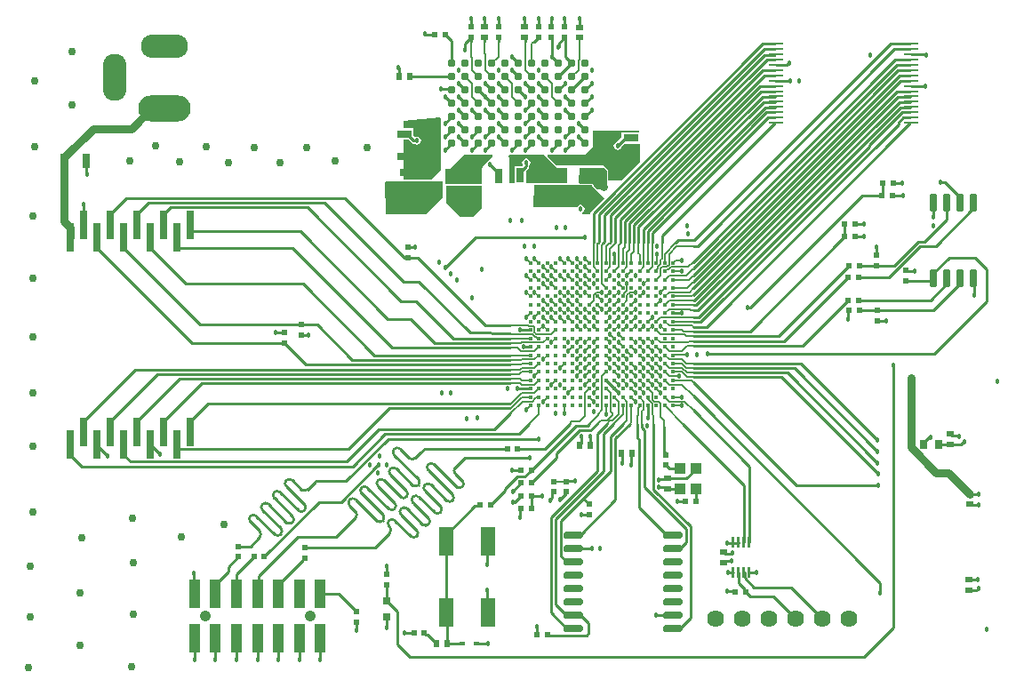
<source format=gtl>
G04*
G04 #@! TF.GenerationSoftware,Altium Limited,Altium Designer,20.1.11 (218)*
G04*
G04 Layer_Physical_Order=1*
G04 Layer_Color=255*
%FSLAX25Y25*%
%MOIN*%
G70*
G04*
G04 #@! TF.SameCoordinates,731B5D3F-845C-401C-AC73-029E605C2F8B*
G04*
G04*
G04 #@! TF.FilePolarity,Positive*
G04*
G01*
G75*
%ADD18C,0.00500*%
%ADD22C,0.01000*%
%ADD23R,0.02756X0.02362*%
%ADD24R,0.02362X0.02756*%
%ADD25R,0.02362X0.02362*%
%ADD26R,0.02362X0.02362*%
G04:AMPARAMS|DCode=27|XSize=63.39mil|YSize=24.02mil|CornerRadius=3mil|HoleSize=0mil|Usage=FLASHONLY|Rotation=90.000|XOffset=0mil|YOffset=0mil|HoleType=Round|Shape=RoundedRectangle|*
%AMROUNDEDRECTD27*
21,1,0.06339,0.01801,0,0,90.0*
21,1,0.05738,0.02402,0,0,90.0*
1,1,0.00600,0.00901,0.02869*
1,1,0.00600,0.00901,-0.02869*
1,1,0.00600,-0.00901,-0.02869*
1,1,0.00600,-0.00901,0.02869*
%
%ADD27ROUNDEDRECTD27*%
G04:AMPARAMS|DCode=28|XSize=42mil|YSize=10mil|CornerRadius=2.5mil|HoleSize=0mil|Usage=FLASHONLY|Rotation=90.000|XOffset=0mil|YOffset=0mil|HoleType=Round|Shape=RoundedRectangle|*
%AMROUNDEDRECTD28*
21,1,0.04200,0.00500,0,0,90.0*
21,1,0.03700,0.01000,0,0,90.0*
1,1,0.00500,0.00250,0.01850*
1,1,0.00500,0.00250,-0.01850*
1,1,0.00500,-0.00250,-0.01850*
1,1,0.00500,-0.00250,0.01850*
%
%ADD28ROUNDEDRECTD28*%
G04:AMPARAMS|DCode=29|XSize=23.62mil|YSize=74.8mil|CornerRadius=5.91mil|HoleSize=0mil|Usage=FLASHONLY|Rotation=90.000|XOffset=0mil|YOffset=0mil|HoleType=Round|Shape=RoundedRectangle|*
%AMROUNDEDRECTD29*
21,1,0.02362,0.06299,0,0,90.0*
21,1,0.01181,0.07480,0,0,90.0*
1,1,0.01181,0.03150,0.00591*
1,1,0.01181,0.03150,-0.00591*
1,1,0.01181,-0.03150,-0.00591*
1,1,0.01181,-0.03150,0.00591*
%
%ADD29ROUNDEDRECTD29*%
%ADD30R,0.02165X0.01181*%
%ADD31R,0.03150X0.03150*%
%ADD32R,0.05512X0.03150*%
%ADD33R,0.02559X0.03543*%
%ADD34R,0.03543X0.02559*%
G04:AMPARAMS|DCode=35|XSize=56mil|YSize=9mil|CornerRadius=2.25mil|HoleSize=0mil|Usage=FLASHONLY|Rotation=0.000|XOffset=0mil|YOffset=0mil|HoleType=Round|Shape=RoundedRectangle|*
%AMROUNDEDRECTD35*
21,1,0.05600,0.00450,0,0,0.0*
21,1,0.05150,0.00900,0,0,0.0*
1,1,0.00450,0.02575,-0.00225*
1,1,0.00450,-0.02575,-0.00225*
1,1,0.00450,-0.02575,0.00225*
1,1,0.00450,0.02575,0.00225*
%
%ADD35ROUNDEDRECTD35*%
%ADD36C,0.01614*%
%ADD37R,0.03937X0.04331*%
%ADD38R,0.05709X0.10827*%
%ADD39R,0.03937X0.10827*%
G04:AMPARAMS|DCode=40|XSize=108mil|YSize=29mil|CornerRadius=7.25mil|HoleSize=0mil|Usage=FLASHONLY|Rotation=90.000|XOffset=0mil|YOffset=0mil|HoleType=Round|Shape=RoundedRectangle|*
%AMROUNDEDRECTD40*
21,1,0.10800,0.01450,0,0,90.0*
21,1,0.09350,0.02900,0,0,90.0*
1,1,0.01450,0.00725,0.04675*
1,1,0.01450,0.00725,-0.04675*
1,1,0.01450,-0.00725,-0.04675*
1,1,0.01450,-0.00725,0.04675*
%
%ADD40ROUNDEDRECTD40*%
%ADD41R,0.03150X0.05512*%
%ADD42C,0.03100*%
%ADD72C,0.01155*%
%ADD73C,0.03000*%
%ADD74C,0.00800*%
%ADD75C,0.06378*%
%ADD76O,0.08858X0.17717*%
%ADD77O,0.17717X0.08858*%
%ADD78O,0.19685X0.09843*%
%ADD79C,0.04134*%
%ADD80C,0.03000*%
%ADD81C,0.01800*%
G36*
X345291Y329198D02*
X339010Y322917D01*
X323779D01*
X323617Y334856D01*
X324068Y335312D01*
X330423D01*
X330630Y335226D01*
X340766D01*
X340973Y335312D01*
X345291D01*
Y329198D01*
D02*
G37*
G36*
X344530Y358910D02*
Y339640D01*
X340766Y335876D01*
X330630D01*
Y350880D01*
X332440D01*
X333468Y349852D01*
X333858Y349592D01*
X334317Y349501D01*
X334545D01*
X335026Y349180D01*
X335611Y349064D01*
X336196Y349180D01*
X336692Y349512D01*
X337024Y350008D01*
X337140Y350593D01*
X337024Y351178D01*
X336692Y351674D01*
X336196Y352006D01*
X335611Y352122D01*
X335026Y352006D01*
X334870Y351902D01*
X334814D01*
X334138Y352578D01*
Y355230D01*
X330630D01*
Y358036D01*
X344161Y359247D01*
X344530Y358910D01*
D02*
G37*
G36*
X359982Y333736D02*
Y325399D01*
X356552Y321969D01*
X351946D01*
Y322034D01*
X346588Y327392D01*
X346652Y333753D01*
X346661Y333759D01*
X359947D01*
X359982Y333736D01*
D02*
G37*
G36*
X363761Y345466D02*
Y344566D01*
X362126Y342931D01*
X361907Y342785D01*
X361761Y342566D01*
X359947Y340751D01*
Y334408D01*
X346661D01*
X346318Y334751D01*
Y340023D01*
X348032D01*
X353475Y345466D01*
X363761Y345466D01*
D02*
G37*
G36*
X419061Y354267D02*
X418944Y353969D01*
X418763Y353767D01*
X412395D01*
Y351860D01*
X410708Y350173D01*
X410333Y350099D01*
X409837Y349767D01*
X409505Y349271D01*
X409389Y348686D01*
X409505Y348101D01*
X409837Y347604D01*
X410333Y347273D01*
X410918Y347157D01*
X411504Y347273D01*
X412000Y347604D01*
X412331Y348101D01*
X412406Y348476D01*
X413348Y349418D01*
X418865D01*
X419107Y349418D01*
X419365Y349025D01*
Y342587D01*
X412425Y335647D01*
X407415D01*
Y339500D01*
X405547Y341368D01*
X387877D01*
X384486Y344760D01*
X384677Y345222D01*
X398424D01*
X401499Y348297D01*
Y354447D01*
X418964D01*
X419061Y354267D01*
D02*
G37*
G36*
X388133Y340195D02*
X392065D01*
Y334683D01*
X392048Y334643D01*
X376542D01*
Y339227D01*
X377347Y340032D01*
X377608Y340421D01*
X377699Y340880D01*
Y341275D01*
X378020Y341756D01*
X378136Y342341D01*
X378020Y342926D01*
X377688Y343422D01*
X377192Y343754D01*
X376607Y343870D01*
X376022Y343754D01*
X375525Y343422D01*
X375194Y342926D01*
X375078Y342341D01*
X375194Y341756D01*
X375298Y341600D01*
Y341378D01*
X374845Y340924D01*
X372193D01*
Y334643D01*
X370303D01*
Y344328D01*
X370262Y344369D01*
X369957Y344705D01*
X370178Y345205D01*
X383123D01*
X388133Y340195D01*
D02*
G37*
G36*
X406766Y339231D02*
Y335647D01*
X406940Y335228D01*
Y332765D01*
X406562Y332387D01*
X403269D01*
X401836Y333821D01*
Y333855D01*
X401645Y334314D01*
X401186Y334504D01*
X396758D01*
X396406Y334859D01*
X396447Y340457D01*
X405519Y340478D01*
X406766Y339231D01*
D02*
G37*
G36*
X401186Y333552D02*
X405758Y328980D01*
X400924Y324146D01*
X400664Y323757D01*
X400573Y323297D01*
Y323104D01*
X397745D01*
X397549Y323566D01*
X397555Y323604D01*
X398026Y323919D01*
X398358Y324415D01*
X398474Y325000D01*
X398358Y325585D01*
X398026Y326081D01*
X397530Y326413D01*
X396945Y326529D01*
X396359Y326413D01*
X395863Y326081D01*
X395650Y325763D01*
X395079Y325627D01*
X395030Y325627D01*
X379690D01*
X379342Y325986D01*
X379581Y333834D01*
X379634Y333855D01*
X401186D01*
Y333552D01*
D02*
G37*
D18*
X419096Y267000D02*
X420671Y265425D01*
X425395Y270149D02*
X426970Y268575D01*
X437402Y303324D02*
X439192Y305115D01*
X429761Y302205D02*
X430874Y303318D01*
X432306D02*
X432312Y303324D01*
X430874Y303318D02*
X432306D01*
X432312Y303324D02*
X437402D01*
X433050Y311021D02*
X439192D01*
X425659Y305059D02*
Y308133D01*
X425395Y304795D02*
X425659Y305059D01*
X427465Y306322D02*
Y312288D01*
X427068Y305925D02*
X427465Y306322D01*
X428545Y308102D02*
X432731Y312288D01*
X428545Y304795D02*
Y308102D01*
X430126Y308098D02*
X433050Y311021D01*
X430126Y303984D02*
Y308098D01*
X429347Y303205D02*
X430126Y303984D01*
X427519Y303205D02*
X429347D01*
X427068Y304266D02*
Y305925D01*
X423820Y312166D02*
X423942Y312288D01*
X423820Y308102D02*
Y312166D01*
X426037Y303235D02*
X427068Y304266D01*
X437178Y274874D02*
X437783Y275479D01*
X439262D01*
X426970Y274874D02*
X437178D01*
X437018Y273740D02*
X439192D01*
X435002Y271724D02*
X437018Y273740D01*
X413214Y292915D02*
Y293334D01*
X414378Y294498D02*
Y296935D01*
X413214Y293334D02*
X414378Y294498D01*
X415427Y293766D02*
X417534D01*
X414372Y292711D02*
X415427Y293766D01*
X414372Y290622D02*
Y292711D01*
X412797Y292197D02*
Y292498D01*
X413214Y292915D01*
X411222Y296921D02*
X412797Y295346D01*
X370570Y248250D02*
X375164Y252844D01*
X378809D01*
X370570Y281388D02*
X377422D01*
X377647Y281163D01*
X379093D01*
X379708Y278685D02*
Y280548D01*
X379093Y281163D02*
X379708Y280548D01*
X431695Y254401D02*
X435002D01*
X395474Y284323D02*
X397049Y282748D01*
X408073Y278023D02*
X409647Y276449D01*
X406498Y270149D02*
X408073Y268575D01*
X398624Y262275D02*
X400199Y263850D01*
X409647Y289047D02*
X411222Y290622D01*
X395474Y262275D02*
X397049Y263850D01*
X389175Y287472D02*
X390750Y285897D01*
X386025Y284323D02*
X387600Y282748D01*
X398624Y274874D02*
X400199Y276449D01*
X425395D02*
X426970Y274874D01*
X403348Y292197D02*
X404923Y290622D01*
X389175D02*
X390750Y289047D01*
X379726Y284323D02*
X381301Y285897D01*
X412797Y263850D02*
X414372Y262275D01*
X398624Y259126D02*
X400199Y260701D01*
X382876Y303220D02*
X384451Y301645D01*
X415946Y285897D02*
X417521Y287472D01*
X401773Y259126D02*
X403348Y260701D01*
X382876Y287472D02*
X384451Y285897D01*
X415946Y282748D02*
X417521Y284323D01*
X412797Y279598D02*
X414372Y281173D01*
X406498Y267000D02*
X408073Y265425D01*
X395474Y300071D02*
X397049Y298496D01*
X379726Y306370D02*
X381301Y304795D01*
X402876Y293813D02*
X404889D01*
X406498Y282748D02*
X408073Y284323D01*
X412797Y260701D02*
X414372Y259126D01*
X422135Y246774D02*
X422246Y246884D01*
X398624Y300071D02*
X400199Y298496D01*
X401773Y265425D02*
X403348Y267000D01*
X412797D02*
X414372Y265425D01*
X425395Y267000D02*
X426970Y265425D01*
X409647Y292197D02*
X411222Y293772D01*
X376576D02*
X378151Y292197D01*
X386025Y300071D02*
X387600Y298496D01*
X432703Y305804D02*
X434988D01*
X403348Y289047D02*
X404923Y287472D01*
X406498Y289047D02*
X408073Y290622D01*
X386025Y287472D02*
X387600Y285897D01*
X412797D02*
X414372Y287472D01*
X409647Y267000D02*
X411222Y265425D01*
X379726Y293772D02*
X381301Y292197D01*
X376576Y306370D02*
X378151Y304795D01*
X398624Y287472D02*
X400199Y285897D01*
X401773Y284323D02*
X403348Y282748D01*
X392268Y271668D02*
X393899Y273299D01*
X398624Y306370D02*
X400199Y304795D01*
X419096Y279598D02*
X420671Y281173D01*
X425395Y263850D02*
X426970Y262275D01*
X415946Y257551D02*
X417521Y255976D01*
X382876Y252827D02*
X384451Y254401D01*
X392324Y300071D02*
X393899Y298496D01*
X414372Y300071D02*
X415946Y301645D01*
X392324Y306370D02*
X393899Y304795D01*
X415946Y289047D02*
X417521Y290622D01*
X401773Y271724D02*
X403348Y273299D01*
X422246Y263850D02*
X423820Y262275D01*
X395474Y281173D02*
X397049Y279598D01*
X409647Y273299D02*
X411222Y271724D01*
X389175Y265425D02*
X390750Y267000D01*
X379726Y262275D02*
X381301Y263850D01*
X373118Y257528D02*
X373141Y257551D01*
X415946Y254401D02*
X417521Y252827D01*
X392324Y287472D02*
X393899Y285897D01*
X419096Y270149D02*
X420671Y268575D01*
X422246Y267000D02*
X423820Y265425D01*
X401773Y262275D02*
X403348Y263850D01*
X382876Y300071D02*
X384451Y298496D01*
X411222Y278023D02*
X412797Y276449D01*
X425395Y260701D02*
X426970Y259126D01*
X431695Y251252D02*
X435002D01*
X395474Y293772D02*
X397049Y292197D01*
X415946Y279598D02*
X417521Y281173D01*
X422246Y260701D02*
X423820Y259126D01*
X406498Y292197D02*
X408073Y293772D01*
X420671Y296921D02*
X422246Y298496D01*
Y270149D02*
X423820Y268575D01*
X425395Y257551D02*
X426970Y255976D01*
X398624Y296921D02*
X400199Y295346D01*
X398624Y284323D02*
X400199Y282748D01*
X422246D02*
X423820Y284323D01*
X381301Y279598D02*
X382876Y281173D01*
X426970D02*
X428545Y279598D01*
X409647Y270149D02*
X411222Y268575D01*
X414372Y271724D02*
X415946Y270149D01*
X412797Y282748D02*
X414372Y284323D01*
X415946Y276449D02*
X417521Y274874D01*
X395474Y271724D02*
X397049Y273299D01*
X376576Y284323D02*
X378151Y285897D01*
X401773Y287472D02*
X403348Y285897D01*
X409647D02*
X411222Y287472D01*
X415946Y263850D02*
X417521Y262275D01*
X401773Y255976D02*
X403348Y257551D01*
X419096D02*
X420671Y255976D01*
X401769Y292706D02*
X402876Y293813D01*
X389175Y284323D02*
X390750Y282748D01*
X386025Y274874D02*
X387600Y276449D01*
X406498Y247945D02*
Y251252D01*
X376576Y249677D02*
X378151Y251252D01*
X395474Y287472D02*
X397049Y285897D01*
X382876Y284323D02*
X384451Y282748D01*
X428545Y279598D02*
X428545D01*
X398624Y271724D02*
X400199Y273299D01*
X390750Y251252D02*
X390769Y251233D01*
X392324Y293772D02*
X393899Y292197D01*
X392324Y284323D02*
X393899Y282748D01*
X390769Y248456D02*
Y251233D01*
X431695Y301645D02*
X435002D01*
X386025Y303220D02*
X387600Y301645D01*
X428545Y263850D02*
X430120Y262275D01*
X395474Y303220D02*
X397049Y301645D01*
X395474Y306370D02*
X397049Y304795D01*
X422246Y273299D02*
X423820Y271724D01*
X398624Y268575D02*
X400199Y270149D01*
X430120Y262275D02*
X434037D01*
X406498Y298496D02*
X408073Y300071D01*
X409647Y263850D02*
X411222Y262275D01*
X419096Y260701D02*
X420671Y259126D01*
X392324Y255976D02*
X393899Y257551D01*
X382876Y296921D02*
X384451Y295346D01*
X398624Y303220D02*
X400199Y301645D01*
X382876Y281173D02*
X384451Y279598D01*
X422246Y276449D02*
X423820Y274874D01*
X400199Y254401D02*
X401773Y252827D01*
X431695Y304795D02*
X432703Y305804D01*
X406498Y273299D02*
X408073Y271724D01*
X382876Y268575D02*
X384451Y270149D01*
X431695D02*
X431780Y270235D01*
X386025Y259126D02*
X387600Y260701D01*
X389175Y293772D02*
X390750Y292197D01*
X401773Y281173D02*
X403348Y279598D01*
X395474Y274874D02*
X397049Y276449D01*
X415946Y273299D02*
X417521Y271724D01*
X392268Y271639D02*
Y271668D01*
X395474Y265425D02*
X397049Y267000D01*
X415946Y260701D02*
X417521Y259126D01*
X401773Y274874D02*
X403348Y276449D01*
X398624Y265425D02*
X400199Y267000D01*
X390769Y248456D02*
X390787Y248437D01*
X426970Y293772D02*
X428545Y295346D01*
X406498Y285897D02*
X408073Y287472D01*
X406498Y279598D02*
X408073Y281173D01*
X409647Y279598D02*
X411222Y281173D01*
X395474Y268575D02*
X397049Y270149D01*
X409647Y260701D02*
X411222Y259126D01*
X395474Y290622D02*
X397049Y289047D01*
X411222Y274874D02*
X412797Y273299D01*
X431780Y270235D02*
X436912D01*
X419096Y263850D02*
X420671Y262275D01*
X389175Y306370D02*
X390750Y304795D01*
X422246Y279598D02*
X423820Y281173D01*
X419096Y276449D02*
X420671Y274874D01*
X412797Y270149D02*
X414372Y268575D01*
X415946Y267000D02*
X417521Y265425D01*
X389175Y300071D02*
X390750Y298496D01*
X425395Y289047D02*
X426970Y290622D01*
X382876D02*
X384451Y289047D01*
X419096Y292197D02*
X420671Y293772D01*
X395474Y296921D02*
X397049Y295346D01*
X386025Y296921D02*
X387600Y295346D01*
X401773Y268575D02*
X403348Y270149D01*
X398624Y293772D02*
X400199Y292197D01*
X379726Y300071D02*
X381301Y298496D01*
X401769Y290617D02*
Y292706D01*
X398624Y281173D02*
X400199Y279598D01*
X425395Y273299D02*
X426970Y271724D01*
X392324Y290622D02*
X393899Y289047D01*
X400199D02*
X401769Y290617D01*
X412797Y289047D02*
X414372Y290622D01*
X419096Y273299D02*
X420671Y271724D01*
X376576Y300071D02*
X378151Y298496D01*
X409647Y282748D02*
X411222Y284323D01*
X406498Y276449D02*
X408073Y274874D01*
X386025Y290622D02*
X387600Y289047D01*
X392849Y244390D02*
X393747Y245288D01*
X396472D01*
X398641Y247457D01*
X435978Y252831D02*
X439192Y249617D01*
X430218Y252831D02*
X435978D01*
X428648Y254401D02*
X430218Y252831D01*
X382892Y274890D02*
X384451Y276449D01*
X374495Y274715D02*
X374670Y274890D01*
X382892D01*
X370570Y272982D02*
X373275D01*
X374533Y271724D02*
X379726D01*
X373275Y272982D02*
X374533Y271724D01*
X408070Y309991D02*
X410077Y311997D01*
X408070Y303218D02*
Y309991D01*
X406498Y301645D02*
X408070Y303218D01*
X411222Y308102D02*
Y311502D01*
Y303220D02*
Y308102D01*
Y311502D02*
X411810Y312090D01*
Y312288D01*
X374844Y255976D02*
X379726D01*
X420061Y249223D02*
X420671Y249833D01*
X401773Y308102D02*
Y312288D01*
Y303220D02*
Y308102D01*
X370570Y278182D02*
X370570D01*
X371314Y278014D02*
X371554Y278014D01*
X374686D01*
X370570Y278182D02*
X371314Y278014D01*
X370570Y276449D02*
X374844D01*
X386949Y222812D02*
X391520D01*
X391570Y222862D01*
X370570Y252100D02*
X370968D01*
X370570Y259585D02*
X374385D01*
X370570Y261318D02*
X374227D01*
X370570Y263051D02*
X374045D01*
X370570Y264784D02*
X374204D01*
X370570Y250367D02*
X370810D01*
X370968Y252100D02*
X374844Y255976D01*
X370810Y250367D02*
X374844Y254401D01*
X374385Y259585D02*
X374844Y259126D01*
X374227Y261318D02*
X374844Y260701D01*
X374045Y263051D02*
X374844Y263850D01*
X374204Y264784D02*
X374844Y265425D01*
X377746Y244390D02*
X381301Y247945D01*
X370570Y268416D02*
X374686D01*
X370570Y266683D02*
X374527D01*
X370570Y270149D02*
X374844D01*
X374527Y266683D02*
X374844Y267000D01*
X374686Y268416D02*
X374844Y268575D01*
X370570Y274715D02*
X374495D01*
X400230Y244390D02*
X403458Y247618D01*
X403153Y244390D02*
X404596Y245833D01*
X406896D01*
X408884Y247821D02*
Y248301D01*
X406896Y245833D02*
X408884Y247821D01*
X408934Y245656D02*
X411222Y247945D01*
X424348Y244390D02*
Y247417D01*
X418328Y244390D02*
Y247394D01*
X415468Y244390D02*
X415946Y244868D01*
X406791Y244390D02*
X408057Y245656D01*
X420061Y244390D02*
Y249223D01*
X413017Y244390D02*
X414372Y245745D01*
Y252827D01*
X415946Y244868D02*
Y247945D01*
X423820D02*
X424348Y247417D01*
X408057Y245656D02*
X408934D01*
X409242Y244390D02*
X412797Y247945D01*
X418328Y247394D02*
X418470Y247537D01*
X428545Y254401D02*
X428648D01*
X428545Y251252D02*
X435407Y244390D01*
X436812Y263614D02*
X439192D01*
X436496Y267080D02*
X439192D01*
X436654Y265347D02*
X439192D01*
X436971Y261881D02*
X439192D01*
X435002Y259126D02*
X439192Y254935D01*
X438581Y260701D02*
X439192Y260090D01*
X435002Y260701D02*
X438581D01*
X435002Y263850D02*
X436971Y261881D01*
X435002Y265425D02*
X436812Y263614D01*
X435002Y267000D02*
X436654Y265347D01*
X435002Y268575D02*
X436496Y267080D01*
X435495Y279105D02*
X439192D01*
X436574Y277372D02*
X439192D01*
X435002Y279598D02*
X435495Y279105D01*
X435923Y278023D02*
X436574Y277372D01*
X437534Y289047D02*
X437693Y288889D01*
X435002Y287472D02*
X437814D01*
X435002Y282748D02*
X438356D01*
X437693Y288889D02*
X439192D01*
X435704Y284305D02*
X439192D01*
X438131Y287156D02*
X439192D01*
X438532Y282572D02*
X439192D01*
X438840Y281191D02*
X439192Y280838D01*
X436700Y300071D02*
X439192Y302563D01*
X435002Y300071D02*
X436700D01*
X437577Y298496D02*
X439192Y300111D01*
X435002Y298496D02*
X437577D01*
X436878Y295346D02*
X439192Y297660D01*
X435002Y295346D02*
X436878D01*
X437755Y293772D02*
X439192Y295209D01*
X435002Y293772D02*
X437755D01*
X438631Y292197D02*
X439192Y292758D01*
X435002Y292197D02*
X438631D01*
X435002Y290622D02*
X439192D01*
X435002Y289047D02*
X437534D01*
X435756Y281191D02*
X438840D01*
X438356Y282748D02*
X438532Y282572D01*
X437814Y287472D02*
X438131Y287156D01*
X406498Y310977D02*
X407809Y312288D01*
X404910Y311465D02*
X405734Y312288D01*
X403348Y312129D02*
X403507Y312288D01*
X410077Y311997D02*
Y312288D01*
X413543Y310748D02*
Y312288D01*
X412797Y308102D02*
Y310002D01*
X415276Y309707D02*
Y312288D01*
X414372Y308102D02*
Y308802D01*
X415946Y308102D02*
X417009Y309165D01*
X418743Y308456D02*
X419096Y308102D01*
X403348D02*
Y312129D01*
X404910Y308183D02*
Y311465D01*
X420476Y308297D02*
Y312288D01*
Y308297D02*
X420671Y308102D01*
X422209Y308139D02*
Y312288D01*
Y308139D02*
X422246Y308102D01*
X412797Y310002D02*
X413543Y310748D01*
X414372Y308802D02*
X415276Y309707D01*
X417009Y309165D02*
Y312288D01*
X406498Y308516D02*
Y310977D01*
X418743Y308456D02*
Y312288D01*
X406498Y308102D02*
X406498Y308516D01*
X431695Y279598D02*
X435002D01*
X404910Y296934D02*
Y308183D01*
X426970Y300071D02*
Y302657D01*
X408089Y249096D02*
Y255959D01*
X423803Y253458D02*
X424280Y252980D01*
X425395Y279598D02*
X426496Y278497D01*
X426037Y302589D02*
Y303235D01*
X422246Y301645D02*
X423820Y303220D01*
X428545Y270149D02*
X430120Y268575D01*
X431695Y267000D02*
X435002D01*
X412797Y247945D02*
Y251252D01*
X431695Y292197D02*
X435002D01*
X430120Y259126D02*
X435002D01*
X426223Y252823D02*
X426952Y252094D01*
Y247953D02*
Y252094D01*
X428545Y282748D02*
X430102Y281191D01*
X428545Y260701D02*
X430120Y259126D01*
X412797Y254401D02*
X414372Y252827D01*
X430120Y271724D02*
X435002D01*
X409647Y254401D02*
X411222Y252827D01*
X381301Y247945D02*
Y251252D01*
X403348Y304795D02*
Y308102D01*
X430120Y268575D02*
X435002D01*
X401773Y303220D02*
X403348Y301645D01*
X374844Y260701D02*
X378151D01*
X378809Y252844D02*
X379841Y253876D01*
X422246Y253601D02*
X423820Y252026D01*
X431695Y289047D02*
X435002D01*
X430120Y300071D02*
X435002D01*
X425395Y298496D02*
X426970Y300071D01*
X411222Y247945D02*
Y252827D01*
X428545Y285897D02*
X430120Y287472D01*
X431695Y295346D02*
X435002D01*
X404949Y249598D02*
Y262301D01*
X374844Y265425D02*
X379726D01*
X428545Y267000D02*
X430120Y265425D01*
X406498Y257551D02*
X408089Y255959D01*
X420671Y249833D02*
Y252827D01*
X379726Y255976D02*
X381301Y257551D01*
X430120Y287472D02*
X435002D01*
X430120Y265425D02*
X435002D01*
X430102Y281191D02*
X435756D01*
X380153Y254188D02*
X381088D01*
X379938Y277041D02*
X380407D01*
X386043Y278041D02*
X387600Y279598D01*
X374844Y259126D02*
X379726D01*
X380352Y278041D02*
X386043D01*
X426952Y247053D02*
X428394Y245612D01*
X420671Y303220D02*
Y308102D01*
X428394Y243364D02*
Y245612D01*
X379783Y278611D02*
X380352Y278041D01*
X404949Y262301D02*
X406498Y263850D01*
X428545Y298496D02*
X430120Y300071D01*
X414372Y303220D02*
Y308102D01*
X415946Y304795D02*
Y308102D01*
X408089Y249096D02*
X408884Y248301D01*
X424280Y252980D02*
X424437Y252823D01*
X381088Y254188D02*
X381301Y254401D01*
X419096Y301645D02*
X420671Y303220D01*
X412797Y304795D02*
Y308102D01*
X431695Y260701D02*
X435002D01*
X431695Y298496D02*
X435002D01*
X423820Y247945D02*
Y252026D01*
X425395Y301947D02*
X426037Y302589D01*
X406498Y304795D02*
Y308102D01*
X424437Y252823D02*
X426223D01*
X374686Y278014D02*
X378965D01*
X409647Y301645D02*
X411222Y303220D01*
X422246Y257551D02*
X423803Y255994D01*
X380999Y276449D02*
X381301D01*
X428847Y301645D02*
X429406Y302205D01*
X374844Y254401D02*
X378151D01*
X379841Y253876D02*
X380153Y254188D01*
X418470Y247537D02*
Y250402D01*
X419096Y304795D02*
Y308102D01*
X379726Y259126D02*
X381301Y260701D01*
X378965Y278014D02*
X379200Y277779D01*
X426970Y278023D02*
X435923D01*
X379708Y278685D02*
X379783Y278611D01*
X430120Y293772D02*
X435002D01*
X404910Y296934D02*
X406498Y295346D01*
X374844Y267000D02*
X378151D01*
X374844Y270149D02*
X378151D01*
X379200Y277779D02*
X379938Y277041D01*
X423820Y303220D02*
Y308102D01*
X426952Y247053D02*
Y247953D01*
X419096Y254401D02*
X420671Y252827D01*
X428545Y289047D02*
X430120Y290622D01*
X428545Y301645D02*
X428847D01*
X422246Y304795D02*
Y308102D01*
X431695Y263850D02*
X435002D01*
X422246Y253601D02*
Y254401D01*
X374844Y268575D02*
X379726D01*
X426496Y278497D02*
X426970Y278023D01*
X431695Y282748D02*
X435002D01*
X415946Y247945D02*
Y251252D01*
X419096Y251028D02*
Y251252D01*
X428545Y292197D02*
X430120Y293772D01*
X429406Y302205D02*
X429761D01*
X374844Y276449D02*
X378151D01*
X426970Y302657D02*
X427519Y303205D01*
X412797Y301645D02*
X414372Y303220D01*
X403458Y247618D02*
Y248107D01*
X379726Y268575D02*
X381301Y270149D01*
X423803Y253458D02*
Y255994D01*
X425395Y301645D02*
Y301947D01*
X374844Y263850D02*
X378151D01*
X380407Y277041D02*
X380999Y276449D01*
X403458Y248107D02*
X404949Y249598D01*
X398641Y247457D02*
Y255993D01*
X418470Y250402D02*
X419096Y251028D01*
X379726Y271724D02*
X381301Y273299D01*
X425395Y282748D02*
X426952Y284305D01*
X379726Y265425D02*
X381301Y267000D01*
X428545Y273299D02*
X430120Y271724D01*
X426952Y284305D02*
X435704D01*
X430120Y290622D02*
X435002D01*
X398641Y255993D02*
X400199Y257551D01*
D22*
X400668Y236419D02*
X400668Y236418D01*
X400668Y236419D02*
Y239631D01*
X400667Y239632D02*
X400668Y239631D01*
X396731Y236418D02*
X397197Y236883D01*
Y239460D01*
X397350Y239613D01*
X546140Y218138D02*
X546268Y218010D01*
X542916Y218138D02*
X546140D01*
X359577Y340598D02*
Y342138D01*
X357638Y338659D02*
X359577Y340598D01*
X526240Y371089D02*
X526315Y371164D01*
X520907Y371089D02*
X526240D01*
X374516Y227076D02*
X374570Y227022D01*
X371218Y227076D02*
X374516D01*
X371164Y227130D02*
X371218Y227076D01*
X386268Y218193D02*
X386949Y218875D01*
X386268Y216609D02*
Y218193D01*
X385674Y216015D02*
X386268Y216609D01*
X385674Y215798D02*
Y216015D01*
X389137Y216065D02*
X391520Y218447D01*
Y218875D01*
X375452Y273308D02*
X378142D01*
X406498Y260701D02*
X409647Y257551D01*
X422246Y246884D02*
Y251252D01*
X374345Y279602D02*
X378148D01*
X378142Y273308D02*
X378151Y273299D01*
X409647Y304795D02*
Y307947D01*
X431695Y285898D02*
X434829D01*
X434830Y285899D01*
X374342Y279605D02*
X374345Y279602D01*
X431695Y285897D02*
X431695Y285898D01*
X409647Y257551D02*
X411222Y255976D01*
X373141Y257551D02*
X378151D01*
X378148Y279602D02*
X378151Y279598D01*
X375444Y273317D02*
X375452Y273308D01*
X409640Y307954D02*
X409647Y307947D01*
X353700Y387082D02*
X355931Y389313D01*
X353700Y384790D02*
Y387082D01*
X353592Y384682D02*
X353700Y384790D01*
X393716Y379609D02*
Y379621D01*
X388727Y374621D02*
X393716Y379609D01*
X388860Y387165D02*
X391049Y389354D01*
X388860Y385833D02*
Y387165D01*
X388707Y385680D02*
X388860Y385833D01*
X348407Y369930D02*
X348716Y369621D01*
X344688Y369930D02*
X348407D01*
X344535Y370083D02*
X344688Y369930D01*
X346191Y367158D02*
X348716Y364633D01*
X381191Y352158D02*
X383716Y349633D01*
X381191Y357158D02*
X383716Y354633D01*
X396191Y352158D02*
X398716Y349633D01*
X396191Y357158D02*
X398716Y354633D01*
X393716Y369621D02*
X398716Y374621D01*
X366098Y396462D02*
X366129Y396493D01*
X366098Y393236D02*
Y396462D01*
X360893Y393332D02*
X360928Y393297D01*
X360893Y393332D02*
Y396447D01*
X360857Y396482D02*
X360893Y396447D01*
X355931Y393250D02*
X355935Y393254D01*
Y396405D01*
X355940Y396409D01*
X338455Y390523D02*
X338484Y390493D01*
X342169D01*
X348716Y379621D02*
Y387884D01*
X346106Y390493D02*
X348716Y387884D01*
X328788Y374730D02*
X328836Y374682D01*
X328788Y374730D02*
Y378089D01*
X328740Y378137D02*
X328788Y378089D01*
X332773Y374682D02*
X348656D01*
X348716Y374621D01*
X375931Y393297D02*
X375938Y393290D01*
X375931Y393297D02*
Y396297D01*
X375924Y396304D02*
X375931Y396297D01*
X381101Y393290D02*
X381114Y393303D01*
Y396408D01*
X381127Y396421D01*
X386011Y393202D02*
X386054Y393245D01*
Y396408D01*
X386097Y396450D01*
X396499Y393190D02*
X396526Y393164D01*
X396499Y393190D02*
Y396366D01*
X396474Y396392D02*
X396499Y396366D01*
X391049Y393291D02*
X391057Y393299D01*
Y396471D01*
X391066Y396480D01*
X386011Y389265D02*
X386101Y389175D01*
Y382259D02*
Y389175D01*
Y382259D02*
X386191Y382170D01*
X391049Y389354D02*
X391120Y389283D01*
Y382241D02*
Y389283D01*
Y382241D02*
X391191Y382170D01*
Y362158D02*
X393716Y359633D01*
X391191Y367158D02*
X393716Y364633D01*
X351191Y352158D02*
X353716Y349633D01*
X351191Y357158D02*
X353716Y354633D01*
X358728Y369621D02*
X363716Y364633D01*
X358716Y369621D02*
Y369658D01*
X361191Y372133D02*
Y372158D01*
X358716Y369621D02*
X358728D01*
X388727D02*
X391252Y372146D01*
X376179Y357097D02*
X378704Y359621D01*
X376179Y362097D02*
X378704Y364621D01*
X376191Y372158D02*
X378716Y369633D01*
X373716Y369609D02*
X376240Y367085D01*
X371191Y382158D02*
X373716Y379633D01*
X361191Y372158D02*
X363716Y369633D01*
X361191Y362158D02*
X363716Y359633D01*
X366191Y357158D02*
X368716Y354633D01*
X366191Y352158D02*
X368716Y349633D01*
X414570Y343325D02*
X415751D01*
X412320Y345575D02*
X414570Y343325D01*
X411149Y345575D02*
X412320D01*
X410996Y345728D02*
X411149Y345575D01*
X361168Y347108D02*
X361179Y347097D01*
X382635Y337568D02*
Y338750D01*
X380410Y340975D02*
X382635Y338750D01*
X380410Y340975D02*
Y342188D01*
X380257Y342341D02*
X380410Y342188D01*
X330754Y338703D02*
X330881Y338829D01*
X334638D01*
X334765Y338955D01*
X330782Y344787D02*
X331963D01*
X334019Y346843D01*
X335299D01*
X335452Y346996D01*
X357638Y337478D02*
Y338659D01*
X351043Y337604D02*
X351127Y337688D01*
Y340371D01*
X346179Y352097D02*
X348704Y354621D01*
X356227Y352126D02*
Y352129D01*
X356188Y362122D02*
X356202D01*
X353716Y369621D02*
Y369633D01*
X361179Y352097D02*
X363704Y354621D01*
X371191Y377158D02*
X373716Y374633D01*
X376179Y352097D02*
X378704Y354621D01*
X346179Y347097D02*
X348704Y349621D01*
X346179Y357097D02*
X348704Y359621D01*
X361179Y347097D02*
X363704Y349621D01*
X371179Y347097D02*
X373704Y349621D01*
X376179Y347097D02*
X378704Y349621D01*
X386179Y347097D02*
X388704Y349621D01*
X386191Y382158D02*
X388716Y379633D01*
X356227Y352129D02*
X358716Y354618D01*
Y354621D01*
X366191Y362158D02*
X368716Y359633D01*
X351191Y362158D02*
X353716Y359633D01*
X356202Y362122D02*
X358702Y359621D01*
X358716D01*
X366191Y372158D02*
X368716Y369633D01*
X351191Y372158D02*
X353716Y369633D01*
X351191Y372158D02*
Y372169D01*
X391179Y352097D02*
X393704Y354621D01*
X398727Y359621D02*
X401252Y362146D01*
X381191Y362158D02*
X383716Y359633D01*
X398727Y369621D02*
X401252Y372146D01*
X381191Y372158D02*
X383716Y369633D01*
X356179Y347097D02*
X358704Y349621D01*
X366191Y367158D02*
X368716Y364633D01*
X351191Y367158D02*
X353716Y364633D01*
X398727Y364621D02*
X401252Y367146D01*
X391179Y347097D02*
X393704Y349621D01*
X381191Y367158D02*
X383716Y364633D01*
X391191Y382158D02*
X393716Y379633D01*
D23*
X542916Y214201D02*
D03*
Y218138D02*
D03*
X542585Y186027D02*
D03*
Y182090D02*
D03*
X450541Y192365D02*
D03*
Y196302D02*
D03*
X429623Y220091D02*
D03*
Y224028D02*
D03*
X396526Y389228D02*
D03*
Y393164D02*
D03*
X375938Y389353D02*
D03*
Y393290D02*
D03*
X360928Y389360D02*
D03*
Y393297D02*
D03*
X535559Y236732D02*
D03*
Y240669D02*
D03*
D24*
X396731Y236418D02*
D03*
X400668D02*
D03*
X416318Y233212D02*
D03*
X412381D02*
D03*
X342898Y161876D02*
D03*
X346835D02*
D03*
X332773Y374682D02*
D03*
X328836D02*
D03*
D25*
X436374Y215307D02*
D03*
X440311D02*
D03*
X514119Y334604D02*
D03*
X510182D02*
D03*
X510079Y330114D02*
D03*
X514016D02*
D03*
X495821Y319407D02*
D03*
X499758D02*
D03*
X499832Y314536D02*
D03*
X495895D02*
D03*
X501520Y303741D02*
D03*
X497583D02*
D03*
X501242Y299443D02*
D03*
X497305D02*
D03*
X501223Y290731D02*
D03*
X497286D02*
D03*
X501432Y286900D02*
D03*
X497495D02*
D03*
X458806Y181477D02*
D03*
X454869D02*
D03*
X373363Y235106D02*
D03*
X369426D02*
D03*
X359261Y214093D02*
D03*
X363198D02*
D03*
X374570Y227022D02*
D03*
X378507D02*
D03*
X374740Y222282D02*
D03*
X378677D02*
D03*
X378520Y217400D02*
D03*
X374583D02*
D03*
Y212584D02*
D03*
X378520D02*
D03*
X380695Y165387D02*
D03*
X384631D02*
D03*
X334470Y165866D02*
D03*
X338407D02*
D03*
X278397Y194543D02*
D03*
X274460D02*
D03*
X346106Y390493D02*
D03*
X342169D02*
D03*
D26*
X519065Y301851D02*
D03*
Y297914D02*
D03*
X507967Y307669D02*
D03*
Y303732D02*
D03*
X508398Y282937D02*
D03*
Y286874D02*
D03*
X400192Y210381D02*
D03*
Y214318D02*
D03*
X391520Y218875D02*
D03*
Y222812D02*
D03*
X386949D02*
D03*
Y218875D02*
D03*
X324099Y188054D02*
D03*
Y184116D02*
D03*
X312987Y170076D02*
D03*
Y174013D02*
D03*
X268728Y198456D02*
D03*
Y194519D02*
D03*
X391049Y389354D02*
D03*
Y393291D02*
D03*
X386011Y389265D02*
D03*
Y393202D02*
D03*
X381101Y389353D02*
D03*
Y393290D02*
D03*
X366098Y389299D02*
D03*
Y393236D02*
D03*
X355931Y389313D02*
D03*
Y393250D02*
D03*
X293517Y198112D02*
D03*
Y194175D02*
D03*
X428982Y232834D02*
D03*
Y228897D02*
D03*
X332191Y310768D02*
D03*
Y306831D02*
D03*
X285802Y278652D02*
D03*
Y274715D02*
D03*
X292089Y281711D02*
D03*
Y277774D02*
D03*
D27*
X529411Y298879D02*
D03*
X534411D02*
D03*
X539411D02*
D03*
X544411D02*
D03*
Y327265D02*
D03*
X539411D02*
D03*
X534411D02*
D03*
X529411D02*
D03*
D28*
X454386Y188727D02*
D03*
X456386D02*
D03*
X458386D02*
D03*
X460386D02*
D03*
Y199927D02*
D03*
X458386D02*
D03*
X456386D02*
D03*
X454386D02*
D03*
D29*
X431697Y167777D02*
D03*
Y172777D02*
D03*
Y177777D02*
D03*
Y182777D02*
D03*
Y187777D02*
D03*
Y192777D02*
D03*
Y197777D02*
D03*
Y202777D02*
D03*
X394295Y167777D02*
D03*
Y172777D02*
D03*
Y177777D02*
D03*
Y182777D02*
D03*
Y187777D02*
D03*
Y192777D02*
D03*
Y197777D02*
D03*
Y202777D02*
D03*
D30*
X352555Y161966D02*
D03*
X358067D02*
D03*
D31*
X324242Y177977D02*
D03*
Y172072D02*
D03*
D32*
X415751Y343325D02*
D03*
Y351593D02*
D03*
X330782Y344787D02*
D03*
Y353055D02*
D03*
D33*
X404488Y337821D02*
D03*
X410197D02*
D03*
X531217Y236830D02*
D03*
X525508D02*
D03*
D34*
X389825Y331829D02*
D03*
Y337538D02*
D03*
X350767Y331710D02*
D03*
Y337419D02*
D03*
X330754Y332994D02*
D03*
Y338703D02*
D03*
D35*
X520907Y386889D02*
D03*
Y384889D02*
D03*
Y382889D02*
D03*
Y380989D02*
D03*
Y378989D02*
D03*
Y376989D02*
D03*
Y375089D02*
D03*
Y373089D02*
D03*
Y371089D02*
D03*
Y369089D02*
D03*
Y367189D02*
D03*
Y365189D02*
D03*
Y363189D02*
D03*
Y361289D02*
D03*
Y359289D02*
D03*
Y357289D02*
D03*
X470107D02*
D03*
Y359289D02*
D03*
Y361289D02*
D03*
Y363189D02*
D03*
Y365189D02*
D03*
Y367189D02*
D03*
Y369089D02*
D03*
Y371089D02*
D03*
Y373089D02*
D03*
Y375089D02*
D03*
Y376989D02*
D03*
Y378989D02*
D03*
Y380989D02*
D03*
Y382889D02*
D03*
Y384889D02*
D03*
Y386889D02*
D03*
D36*
X378151Y304795D02*
D03*
X381301D02*
D03*
X384451D02*
D03*
X387600D02*
D03*
X390750D02*
D03*
X393899D02*
D03*
X397049D02*
D03*
X400199D02*
D03*
X403348D02*
D03*
X406498D02*
D03*
X409647D02*
D03*
X412797D02*
D03*
X415946D02*
D03*
X419096D02*
D03*
X422246D02*
D03*
X425395D02*
D03*
X428545D02*
D03*
X431695D02*
D03*
X378151Y301645D02*
D03*
X381301D02*
D03*
X384451D02*
D03*
X387600D02*
D03*
X390750D02*
D03*
X393899D02*
D03*
X397049D02*
D03*
X400199D02*
D03*
X403348D02*
D03*
X406498D02*
D03*
X409647D02*
D03*
X412797D02*
D03*
X415946D02*
D03*
X419096D02*
D03*
X422246D02*
D03*
X425395D02*
D03*
X428545D02*
D03*
X431695D02*
D03*
X378151Y298496D02*
D03*
X381301D02*
D03*
X384451D02*
D03*
X387600D02*
D03*
X390750D02*
D03*
X393899D02*
D03*
X397049D02*
D03*
X400199D02*
D03*
X403348D02*
D03*
X406498D02*
D03*
X409647D02*
D03*
X412797D02*
D03*
X415946D02*
D03*
X419096D02*
D03*
X422246D02*
D03*
X425395D02*
D03*
X428545D02*
D03*
X431695D02*
D03*
X378151Y295346D02*
D03*
X381301D02*
D03*
X384451D02*
D03*
X387600D02*
D03*
X390750D02*
D03*
X393899D02*
D03*
X397049D02*
D03*
X400199D02*
D03*
X403348D02*
D03*
X406498D02*
D03*
X409647D02*
D03*
X412797D02*
D03*
X415946D02*
D03*
X419096D02*
D03*
X422246D02*
D03*
X425395D02*
D03*
X428545D02*
D03*
X431695D02*
D03*
X378151Y292197D02*
D03*
X381301D02*
D03*
X384451D02*
D03*
X387600D02*
D03*
X390750D02*
D03*
X393899D02*
D03*
X397049D02*
D03*
X400199D02*
D03*
X403348D02*
D03*
X406498D02*
D03*
X409647D02*
D03*
X412797D02*
D03*
X415946D02*
D03*
X419096D02*
D03*
X422246D02*
D03*
X425395D02*
D03*
X428545D02*
D03*
X431695D02*
D03*
X378151Y289047D02*
D03*
X381301D02*
D03*
X384451D02*
D03*
X387600D02*
D03*
X390750D02*
D03*
X393899D02*
D03*
X397049D02*
D03*
X400199D02*
D03*
X403348D02*
D03*
X406498D02*
D03*
X409647D02*
D03*
X412797D02*
D03*
X415946D02*
D03*
X419096D02*
D03*
X422246D02*
D03*
X425395D02*
D03*
X428545D02*
D03*
X431695D02*
D03*
X378151Y285897D02*
D03*
X381301D02*
D03*
X384451D02*
D03*
X387600D02*
D03*
X390750D02*
D03*
X393899D02*
D03*
X397049D02*
D03*
X400199D02*
D03*
X403348D02*
D03*
X406498D02*
D03*
X409647D02*
D03*
X412797D02*
D03*
X415946D02*
D03*
X419096D02*
D03*
X422246D02*
D03*
X425395D02*
D03*
X428545D02*
D03*
X431695D02*
D03*
X378151Y282748D02*
D03*
X381301D02*
D03*
X384451D02*
D03*
X387600D02*
D03*
X390750D02*
D03*
X393899D02*
D03*
X397049D02*
D03*
X400199D02*
D03*
X403348D02*
D03*
X406498D02*
D03*
X409647D02*
D03*
X412797D02*
D03*
X415946D02*
D03*
X419096D02*
D03*
X422246D02*
D03*
X425395D02*
D03*
X428545D02*
D03*
X431695D02*
D03*
X378151Y279598D02*
D03*
X381301D02*
D03*
X384451D02*
D03*
X387600D02*
D03*
X390750D02*
D03*
X393899D02*
D03*
X397049D02*
D03*
X400199D02*
D03*
X403348D02*
D03*
X406498D02*
D03*
X409647D02*
D03*
X412797D02*
D03*
X415946D02*
D03*
X419096D02*
D03*
X422246D02*
D03*
X425395D02*
D03*
X428545D02*
D03*
X431695D02*
D03*
X378151Y276449D02*
D03*
X381301D02*
D03*
X384451D02*
D03*
X387600D02*
D03*
X390750D02*
D03*
X393899D02*
D03*
X397049D02*
D03*
X400199D02*
D03*
X403348D02*
D03*
X406498D02*
D03*
X409647D02*
D03*
X412797D02*
D03*
X415946D02*
D03*
X419096D02*
D03*
X422246D02*
D03*
X425395D02*
D03*
X428545D02*
D03*
X431695D02*
D03*
X378151Y273299D02*
D03*
X381301D02*
D03*
X384451D02*
D03*
X387600D02*
D03*
X390750D02*
D03*
X393899D02*
D03*
X397049D02*
D03*
X400199D02*
D03*
X403348D02*
D03*
X406498D02*
D03*
X409647D02*
D03*
X412797D02*
D03*
X415946D02*
D03*
X419096D02*
D03*
X422246D02*
D03*
X425395D02*
D03*
X428545D02*
D03*
X431695D02*
D03*
X378151Y270149D02*
D03*
X381301D02*
D03*
X384451D02*
D03*
X387600D02*
D03*
X390750D02*
D03*
X393899D02*
D03*
X397049D02*
D03*
X400199D02*
D03*
X403348D02*
D03*
X406498D02*
D03*
X409647D02*
D03*
X412797D02*
D03*
X415946D02*
D03*
X419096D02*
D03*
X422246D02*
D03*
X425395D02*
D03*
X428545D02*
D03*
X431695D02*
D03*
X378151Y267000D02*
D03*
X381301D02*
D03*
X384451D02*
D03*
X387600D02*
D03*
X390750D02*
D03*
X393899D02*
D03*
X397049D02*
D03*
X400199D02*
D03*
X403348D02*
D03*
X406498D02*
D03*
X409647D02*
D03*
X412797D02*
D03*
X415946D02*
D03*
X419096D02*
D03*
X422246D02*
D03*
X425395D02*
D03*
X428545D02*
D03*
X431695D02*
D03*
X378151Y263850D02*
D03*
X381301D02*
D03*
X384451D02*
D03*
X387600D02*
D03*
X390750D02*
D03*
X393899D02*
D03*
X397049D02*
D03*
X400199D02*
D03*
X403348D02*
D03*
X406498D02*
D03*
X409647D02*
D03*
X412797D02*
D03*
X415946D02*
D03*
X419096D02*
D03*
X422246D02*
D03*
X425395D02*
D03*
X428545D02*
D03*
X431695D02*
D03*
X378151Y260701D02*
D03*
X381301D02*
D03*
X384451D02*
D03*
X387600D02*
D03*
X390750D02*
D03*
X393899D02*
D03*
X397049D02*
D03*
X400199D02*
D03*
X403348D02*
D03*
X406498D02*
D03*
X409647D02*
D03*
X412797D02*
D03*
X415946D02*
D03*
X419096D02*
D03*
X422246D02*
D03*
X425395D02*
D03*
X428545D02*
D03*
X431695D02*
D03*
X378151Y257551D02*
D03*
X381301D02*
D03*
X384451D02*
D03*
X387600D02*
D03*
X390750D02*
D03*
X393899D02*
D03*
X397049D02*
D03*
X400199D02*
D03*
X403348D02*
D03*
X406498D02*
D03*
X409647D02*
D03*
X412797D02*
D03*
X415946D02*
D03*
X419096D02*
D03*
X422246D02*
D03*
X425395D02*
D03*
X428545D02*
D03*
X431695D02*
D03*
X378151Y254401D02*
D03*
X381301D02*
D03*
X384451D02*
D03*
X387600D02*
D03*
X390750D02*
D03*
X393899D02*
D03*
X397049D02*
D03*
X400199D02*
D03*
X403348D02*
D03*
X406498D02*
D03*
X409647D02*
D03*
X412797D02*
D03*
X415946D02*
D03*
X419096D02*
D03*
X422246D02*
D03*
X425395D02*
D03*
X428545D02*
D03*
X431695D02*
D03*
X378151Y251252D02*
D03*
X381301D02*
D03*
X384451D02*
D03*
X387600D02*
D03*
X390750D02*
D03*
X393899D02*
D03*
X397049D02*
D03*
X400199D02*
D03*
X403348D02*
D03*
X406498D02*
D03*
X409647D02*
D03*
X412797D02*
D03*
X415946D02*
D03*
X419096D02*
D03*
X422246D02*
D03*
X425395D02*
D03*
X428545D02*
D03*
X431695D02*
D03*
D37*
X434183Y220121D02*
D03*
Y227601D02*
D03*
X440089Y220121D02*
D03*
Y227601D02*
D03*
D38*
X362091Y173644D02*
D03*
X346540D02*
D03*
X362091Y200219D02*
D03*
X346540D02*
D03*
D39*
X299405Y180678D02*
D03*
Y163907D02*
D03*
X291531Y180678D02*
D03*
Y163907D02*
D03*
X283657Y180678D02*
D03*
Y163907D02*
D03*
X275783Y180678D02*
D03*
Y163907D02*
D03*
X267909Y180678D02*
D03*
Y163907D02*
D03*
X260035Y180678D02*
D03*
Y163907D02*
D03*
X252161Y180678D02*
D03*
Y163907D02*
D03*
D40*
X250678Y319125D02*
D03*
X245678Y314325D02*
D03*
X240678Y319125D02*
D03*
X235678Y314325D02*
D03*
X230678Y319125D02*
D03*
X225678Y314325D02*
D03*
X220678Y319125D02*
D03*
X215678Y314325D02*
D03*
X210678Y319125D02*
D03*
X205678Y314325D02*
D03*
X250678Y241510D02*
D03*
X245678Y236710D02*
D03*
X240678Y241510D02*
D03*
X235678Y236710D02*
D03*
X230678Y241510D02*
D03*
X225678Y236710D02*
D03*
X220678Y241510D02*
D03*
X215678Y236710D02*
D03*
X210678Y241510D02*
D03*
X205678Y236710D02*
D03*
D41*
X382635Y337568D02*
D03*
X374368D02*
D03*
X358038Y337255D02*
D03*
X366305D02*
D03*
X203370Y343051D02*
D03*
X211638D02*
D03*
D42*
X348716Y349621D02*
D03*
Y354621D02*
D03*
Y359621D02*
D03*
Y364621D02*
D03*
Y369621D02*
D03*
Y374621D02*
D03*
Y379621D02*
D03*
X353716Y349621D02*
D03*
Y354621D02*
D03*
Y359621D02*
D03*
Y364621D02*
D03*
Y369621D02*
D03*
Y374621D02*
D03*
Y379621D02*
D03*
X358716Y349621D02*
D03*
Y354621D02*
D03*
Y359621D02*
D03*
Y364621D02*
D03*
Y369621D02*
D03*
Y374621D02*
D03*
Y379621D02*
D03*
X363716Y349621D02*
D03*
Y354621D02*
D03*
Y359621D02*
D03*
Y364621D02*
D03*
Y369621D02*
D03*
Y374621D02*
D03*
Y379621D02*
D03*
X368716Y349621D02*
D03*
Y354621D02*
D03*
Y359621D02*
D03*
Y364621D02*
D03*
Y369621D02*
D03*
Y374621D02*
D03*
Y379621D02*
D03*
X373716Y349621D02*
D03*
Y354621D02*
D03*
Y359621D02*
D03*
Y364621D02*
D03*
Y369621D02*
D03*
Y374621D02*
D03*
Y379621D02*
D03*
X378716Y349621D02*
D03*
Y354621D02*
D03*
Y359621D02*
D03*
Y364621D02*
D03*
Y369621D02*
D03*
Y374621D02*
D03*
Y379621D02*
D03*
X383716Y349621D02*
D03*
Y354621D02*
D03*
Y359621D02*
D03*
Y364621D02*
D03*
Y369621D02*
D03*
Y374621D02*
D03*
Y379621D02*
D03*
X388716Y349621D02*
D03*
Y354621D02*
D03*
Y359621D02*
D03*
Y364621D02*
D03*
Y369621D02*
D03*
Y374621D02*
D03*
Y379621D02*
D03*
X393716Y349621D02*
D03*
Y354621D02*
D03*
Y359621D02*
D03*
Y364621D02*
D03*
Y369621D02*
D03*
Y374621D02*
D03*
Y379621D02*
D03*
X398716Y349621D02*
D03*
Y354621D02*
D03*
Y359621D02*
D03*
Y364621D02*
D03*
Y369621D02*
D03*
Y379621D02*
D03*
Y374621D02*
D03*
D72*
X349936Y228008D02*
G03*
X349936Y225777I1115J-1115D01*
G01*
X352653Y220829D02*
G03*
X352653Y223060I-1115J1115D01*
G01*
X350422Y220829D02*
G03*
X352653Y220829I1115J1115D01*
G01*
X342048Y229203D02*
G03*
X339817Y229203I-1115J-1115D01*
G01*
D02*
G03*
X339817Y226972I1115J-1115D01*
G01*
X348900Y215658D02*
G03*
X348900Y217889I-1115J1115D01*
G01*
X346669Y215658D02*
G03*
X348900Y215658I1115J1115D01*
G01*
X340794Y221533D02*
G03*
X338563Y221533I-1115J-1115D01*
G01*
D02*
G03*
X338563Y219303I1115J-1115D01*
G01*
X344438Y211197D02*
G03*
X344438Y213427I-1115J1115D01*
G01*
X342207Y211197D02*
G03*
X344438Y211197I1115J1115D01*
G01*
X336332Y217072D02*
G03*
X334101Y217072I-1115J-1115D01*
G01*
D02*
G03*
X334101Y214841I1115J-1115D01*
G01*
X339976Y206735D02*
G03*
X339976Y208966I-1115J1115D01*
G01*
X337745Y206735D02*
G03*
X339976Y206735I1115J1115D01*
G01*
X331870Y212610D02*
G03*
X329639Y212610I-1115J-1115D01*
G01*
D02*
G03*
X329639Y210379I1115J-1115D01*
G01*
X335514Y202273D02*
G03*
X335514Y204504I-1115J1115D01*
G01*
X333283Y202273D02*
G03*
X335514Y202273I1115J1115D01*
G01*
X327408Y208148D02*
G03*
X325178Y208148I-1115J-1115D01*
G01*
D02*
G03*
X325178Y205917I1115J-1115D01*
G01*
X325396Y203468D02*
G03*
X325396Y205699I-1115J1115D01*
G01*
X332723Y231579D02*
G03*
X334954Y231579I1115J1115D01*
G01*
X329297Y235005D02*
G03*
X327066Y235005I-1115J-1115D01*
G01*
D02*
G03*
X327066Y232774I1115J-1115D01*
G01*
X336149Y221460D02*
G03*
X336149Y223691I-1115J1115D01*
G01*
X333918Y221460D02*
G03*
X336149Y221460I1115J1115D01*
G01*
X327856Y227523D02*
G03*
X325625Y227523I-1115J-1115D01*
G01*
D02*
G03*
X325625Y225292I1115J-1115D01*
G01*
X331687Y216998D02*
G03*
X331687Y219229I-1115J1115D01*
G01*
X329456Y216998D02*
G03*
X331687Y216998I1115J1115D01*
G01*
X323241Y223214D02*
G03*
X321010Y223214I-1115J-1115D01*
G01*
D02*
G03*
X321010Y220983I1115J-1115D01*
G01*
X327225Y212537D02*
G03*
X327225Y214767I-1115J1115D01*
G01*
X324995Y212537D02*
G03*
X327225Y212537I1115J1115D01*
G01*
X317069Y220462D02*
G03*
X314839Y220462I-1115J-1115D01*
G01*
D02*
G03*
X314839Y218231I1115J-1115D01*
G01*
X322764Y208075D02*
G03*
X322764Y210306I-1115J1115D01*
G01*
X320533Y208075D02*
G03*
X322764Y208075I1115J1115D01*
G01*
X312608Y216000D02*
G03*
X310377Y216000I-1115J-1115D01*
G01*
D02*
G03*
X310377Y213769I1115J-1115D01*
G01*
X312645Y209270D02*
G03*
X312645Y211501I-1115J1115D01*
G01*
X292225Y219795D02*
G03*
X294456Y219795I1115J1115D01*
G01*
X288799Y223221D02*
G03*
X286568Y223221I-1115J-1115D01*
G01*
D02*
G03*
X286568Y220990I1115J-1115D01*
G01*
X293421Y211907D02*
G03*
X293421Y214138I-1115J1115D01*
G01*
X291190Y211907D02*
G03*
X293421Y211907I1115J1115D01*
G01*
X284337Y218759D02*
G03*
X282106Y218759I-1115J-1115D01*
G01*
D02*
G03*
X282106Y216529I1115J-1115D01*
G01*
X288959Y207445D02*
G03*
X288959Y209676I-1115J1115D01*
G01*
X286728Y207445D02*
G03*
X288959Y207445I1115J1115D01*
G01*
X279875Y214298D02*
G03*
X277644Y214298I-1115J-1115D01*
G01*
D02*
G03*
X277644Y212067I1115J-1115D01*
G01*
X284497Y202983D02*
G03*
X284497Y205214I-1115J1115D01*
G01*
X282266Y202983D02*
G03*
X284497Y202983I1115J1115D01*
G01*
X275413Y209836D02*
G03*
X273182Y209836I-1115J-1115D01*
G01*
D02*
G03*
X273182Y207605I1115J-1115D01*
G01*
X276608Y201948D02*
G03*
X276608Y204179I-1115J1115D01*
G01*
X349936Y228008D02*
X352478Y230550D01*
X349936Y225777D02*
X349936Y225777D01*
X352653Y223060D01*
X342048Y229203D02*
X350422Y220829D01*
X339817Y226972D02*
X348900Y217889D01*
X348900Y215658D02*
X348900Y215658D01*
X340794Y221533D02*
X346669Y215658D01*
X338563Y219303D02*
X344438Y213427D01*
X336332Y217072D02*
X342207Y211197D01*
X334101Y214841D02*
X339976Y208966D01*
X331870Y212610D02*
X337745Y206735D01*
X329639Y210379D02*
X335514Y204504D01*
X335514Y202273D02*
X335514Y202273D01*
X327408Y208148D02*
X333283Y202273D01*
X325178Y205917D02*
X325396Y205699D01*
X324987Y203060D02*
X325396Y203468D01*
X324294Y202367D02*
X324987Y203060D01*
X334954Y231579D02*
X337083Y233707D01*
X332723Y231579D02*
X332723Y231579D01*
X329297Y235005D02*
X332723Y231579D01*
X327066Y232774D02*
X336149Y223691D01*
X336149Y221460D02*
X336149Y221460D01*
X327856Y227523D02*
X333918Y221460D01*
X325625Y225292D02*
X331687Y219229D01*
X323241Y223214D02*
X329456Y216998D01*
X321010Y220983D02*
X327225Y214767D01*
X317069Y220462D02*
X324995Y212537D01*
X314839Y218231D02*
X322764Y210306D01*
X322764Y208075D02*
X322764Y208075D01*
X312608Y216000D02*
X320533Y208075D01*
X310377Y213769D02*
X312645Y211501D01*
X312237Y208861D02*
X312645Y209270D01*
X337083Y233707D02*
X338513Y235137D01*
X306658Y203282D02*
X312237Y208861D01*
X294456Y219795D02*
X297453Y222792D01*
X292225Y219795D02*
X292225Y219795D01*
X288799Y223221D02*
X292225Y219795D01*
X286568Y220990D02*
X293421Y214138D01*
X284337Y218759D02*
X291190Y211907D01*
X282106Y216529D02*
X288959Y209676D01*
X279875Y214298D02*
X286728Y207445D01*
X277644Y212067D02*
X284497Y205214D01*
X284497Y202983D02*
X284497Y202983D01*
X275413Y209836D02*
X282266Y202983D01*
X273182Y207605D02*
X276608Y204179D01*
X276200Y201540D02*
X276608Y201948D01*
X297453Y222792D02*
X297588Y222928D01*
X418839Y213075D02*
X429138Y202777D01*
X418839Y213075D02*
Y238515D01*
X418328Y239027D02*
X418839Y238515D01*
X420910Y220794D02*
X436553Y205151D01*
X420061Y242852D02*
X420910Y242003D01*
Y220794D02*
Y242003D01*
X460386Y188727D02*
X462757D01*
X462903Y188582D01*
X507935Y307701D02*
X507967Y307669D01*
X507935Y307701D02*
Y310768D01*
X397160Y210426D02*
X400147D01*
X397159Y210425D02*
X397160Y210426D01*
X451267Y193092D02*
X453731D01*
X450541Y192365D02*
X451267Y193092D01*
X451105Y195738D02*
X453640D01*
X453754Y195852D01*
X450541Y196302D02*
X451105Y195738D01*
X387950Y233208D02*
X396658Y241917D01*
X387950Y231555D02*
Y233208D01*
X396658Y241917D02*
X400680D01*
X527664Y239478D02*
X528291D01*
X525508Y237322D02*
X527664Y239478D01*
X324242Y177977D02*
X326944Y175275D01*
X327013D01*
X328162Y174126D01*
Y161565D02*
X332808Y156919D01*
X328162Y161565D02*
Y174126D01*
X332808Y156919D02*
X503367D01*
X514365Y167917D02*
Y266219D01*
X503367Y156919D02*
X514365Y167917D01*
X412381Y233212D02*
X412571Y233023D01*
Y229773D02*
Y233023D01*
Y229773D02*
X412679Y229664D01*
X415903Y232797D02*
X416318Y233212D01*
X415903Y229267D02*
Y232797D01*
X415794Y229158D02*
X415903Y229267D01*
X298982Y215127D02*
X307163D01*
X321098Y228859D02*
X321252D01*
X320815Y228576D02*
X321098Y228859D01*
X320612Y228576D02*
X320815D01*
X307163Y215127D02*
X320612Y228576D01*
X439192Y311021D02*
X440780D01*
X514629Y384870D01*
X520660D01*
X439547Y313252D02*
X513165Y386870D01*
X433695Y313252D02*
X439547D01*
X427465Y312288D02*
Y314875D01*
X469860Y357270D01*
X423942Y312288D02*
Y316052D01*
X473341Y275479D02*
X497305Y299443D01*
X439262Y275479D02*
X473341D01*
X439192Y273740D02*
X480296D01*
X497286Y290731D01*
X530101Y310986D02*
X544411Y325296D01*
X524259Y310986D02*
X530101D01*
X512716Y299443D02*
X524259Y310986D01*
X501242Y299443D02*
X512716D01*
X544411Y325296D02*
Y327265D01*
X529411Y298879D02*
Y300848D01*
Y298498D02*
Y298879D01*
Y300848D02*
X535192Y306629D01*
X544922D01*
X549153Y302398D01*
Y290259D02*
Y302398D01*
X529627Y270733D02*
X549153Y290259D01*
X444713Y270733D02*
X529627D01*
X497319Y286723D02*
X497495Y286900D01*
X497319Y283729D02*
Y286723D01*
X497210Y283620D02*
X497319Y283729D01*
X364608Y242288D02*
X370570Y248250D01*
X321395Y242288D02*
X364608D01*
X361364Y281388D02*
X370570D01*
X335921Y306831D02*
X361364Y281388D01*
X369395Y235137D02*
X369426Y235106D01*
X338513Y235137D02*
X369395D01*
X383566Y235106D02*
X392849Y244390D01*
X373363Y235106D02*
X383566D01*
X439192Y249617D02*
X460386Y228423D01*
Y199927D02*
Y228423D01*
X470107Y378989D02*
X474190D01*
X474953Y379752D01*
X475106D01*
X539411Y327265D02*
Y329233D01*
X533628Y335017D02*
X539411Y329233D01*
X532031Y335017D02*
X533628D01*
X531923Y335125D02*
X532031Y335017D01*
X451804Y199826D02*
X456285D01*
X469870Y373081D02*
X475624D01*
X520907Y382889D02*
X520939Y382857D01*
X526648D01*
X526680Y382825D01*
X513165Y386870D02*
X520660D01*
X514016Y330114D02*
X514044Y330142D01*
X517779D01*
X517807Y330171D01*
X517681Y334604D02*
X517699Y334587D01*
X514119Y334604D02*
X517681D01*
X544411Y298879D02*
X544418Y298871D01*
Y292765D02*
Y298871D01*
Y292765D02*
X544426Y292758D01*
X519065Y301851D02*
X519074Y301841D01*
X522337D01*
X522347Y301832D01*
X499832Y314536D02*
X499879Y314583D01*
X503198D01*
X503246Y314631D01*
X499758Y319407D02*
X499775Y319390D01*
X503144D01*
X503161Y319372D01*
X508398Y282937D02*
X508444Y282892D01*
X511514D01*
X511560Y282846D01*
X525508Y236830D02*
Y237322D01*
X535559Y236732D02*
X539686D01*
X540608Y237654D01*
X540762D01*
X535559Y240669D02*
X536124Y240104D01*
X538106D01*
X538684Y239527D01*
X538837D01*
X546356Y214177D02*
X546362Y214171D01*
X543260Y214177D02*
X546356D01*
X543254Y214182D02*
X543260Y214177D01*
X542585Y182090D02*
X545615D01*
X546062Y182536D01*
X546215D01*
X542585Y186027D02*
X542626Y185985D01*
X545953D01*
X545995Y185943D01*
X454783Y181562D02*
X454869Y181477D01*
X452011Y181562D02*
X454783D01*
X451925Y181648D02*
X452011Y181562D01*
X456285Y199826D02*
X456386Y199927D01*
X454293Y188634D02*
X454386Y188727D01*
X452221Y188634D02*
X454293D01*
X431674Y172800D02*
X431697Y172777D01*
X425178Y172800D02*
X431674D01*
X425155Y172823D02*
X425178Y172800D01*
X396854Y172777D02*
X399848Y169783D01*
X399126Y165176D02*
X399848Y165898D01*
X384843Y165176D02*
X399126D01*
X399848Y165898D02*
Y169783D01*
X394295Y172777D02*
X396854D01*
X391736D02*
X394295D01*
X384631Y165387D02*
X384843Y165176D01*
X380679Y165403D02*
X380695Y165387D01*
X380679Y165403D02*
Y168455D01*
X380663Y168471D02*
X380679Y168455D01*
X400147Y210426D02*
X400192Y210381D01*
X397992Y216504D02*
X408217Y226728D01*
X389438Y207950D02*
X397992Y216504D01*
X398006D02*
X400192Y214318D01*
X397992Y216504D02*
X398006D01*
X312987Y170076D02*
X313015Y170048D01*
Y167100D02*
Y170048D01*
Y167100D02*
X313043Y167072D01*
X299405Y180678D02*
X306322D01*
X312987Y174013D01*
X299405Y155940D02*
Y163907D01*
X291531Y155940D02*
Y163907D01*
X283657Y155940D02*
Y163907D01*
X275783Y155940D02*
Y163907D01*
X267909Y155940D02*
Y163907D01*
X260035Y155940D02*
Y163907D01*
X252155Y163901D02*
X252161Y163907D01*
X252155Y155934D02*
Y163901D01*
X252070Y180770D02*
X252161Y180678D01*
X252070Y180770D02*
Y188208D01*
X239277Y233112D02*
X239387D01*
X235678Y236710D02*
X239277Y233112D01*
X215678Y236319D02*
X219567Y232430D01*
X215678Y236319D02*
Y236710D01*
X332191Y310768D02*
X332242Y310717D01*
X335021D01*
X335072Y310666D01*
X292089Y277774D02*
X292098Y277783D01*
X295061D01*
X295070Y277793D01*
X285782Y278672D02*
X285802Y278652D01*
X282589Y278672D02*
X285782D01*
X282569Y278691D02*
X282589Y278672D01*
X211638Y343051D02*
X211698Y342991D01*
Y338113D02*
Y342991D01*
Y338113D02*
X211758Y338053D01*
X210678Y319125D02*
X210700Y319147D01*
Y326683D01*
X210723Y326706D01*
X275783Y180678D02*
X276183Y181079D01*
Y187219D01*
X273116Y198456D02*
X276200Y201540D01*
X268728Y198456D02*
X273116D01*
X308951Y222928D02*
X324845Y238821D01*
X297588Y222928D02*
X308951D01*
X305387Y202012D02*
X306658Y203282D01*
X320040Y198112D02*
X324294Y202367D01*
X352478Y230550D02*
X353462Y231534D01*
X276183Y187219D02*
X290976Y202012D01*
X305387D01*
X293517Y198112D02*
X320040D01*
X353462Y231534D02*
X377751D01*
X278397Y194543D02*
X298982Y215127D01*
X267909Y180678D02*
Y187991D01*
X274460Y194543D01*
X283657Y180678D02*
Y184123D01*
X292953Y193419D01*
Y193610D01*
X293517Y194175D01*
X260035Y180678D02*
Y184123D01*
X264775Y188864D01*
Y190566D01*
X268728Y194519D01*
X465346Y386870D02*
X469860D01*
X324845Y238821D02*
X381274D01*
X323635Y240555D02*
X373911D01*
X311541Y228461D02*
X323635Y240555D01*
X209977Y228461D02*
X311541D01*
X228244Y230194D02*
X309301D01*
X321395Y242288D01*
X325281Y250367D02*
X370570D01*
X309908Y234994D02*
X325281Y250367D01*
X246503Y234994D02*
X309908D01*
X357513Y314204D02*
X398742D01*
X346179Y302870D02*
X357513Y314204D01*
X332191Y306831D02*
X335921D01*
X356118Y278683D02*
X370570Y278182D01*
X336084Y297743D02*
X355642Y278700D01*
X356118Y278683D01*
X330673Y297743D02*
X336084D01*
X349214Y276449D02*
X370570D01*
X329642Y290448D02*
X335215D01*
X349214Y276449D01*
X342339Y274715D02*
X370570D01*
X324714Y283651D02*
X333403D01*
X342339Y274715D01*
X502587Y330114D02*
X510079D01*
X460564Y288091D02*
X502587Y330114D01*
X459468Y288091D02*
X460564D01*
X410918Y348686D02*
X413825Y351593D01*
X415751D01*
X374368Y337568D02*
Y338750D01*
X376498Y340880D01*
Y342232D01*
X376607Y342341D01*
X330782Y353055D02*
X331963D01*
X334317Y350701D01*
X335503D01*
X335611Y350593D01*
X365906Y337478D02*
Y338659D01*
X362989Y341576D02*
X365906Y338659D01*
X362989Y341576D02*
Y341703D01*
X510130Y334553D02*
X510182Y334604D01*
X510130Y330166D02*
Y334553D01*
X510079Y330114D02*
X510130Y330166D01*
X324099Y191135D02*
X324104Y191140D01*
X324099Y188054D02*
Y191135D01*
X324170Y178049D02*
X324242Y177977D01*
X324170Y178049D02*
Y184045D01*
X324099Y184116D02*
X324170Y184045D01*
X324242Y168099D02*
X324298Y168043D01*
X324242Y168099D02*
Y172072D01*
X331028Y165903D02*
X331064Y165866D01*
X334470D01*
X342898Y161876D02*
Y162073D01*
X339669Y165302D02*
X342898Y162073D01*
X338971Y165302D02*
X339669D01*
X338407Y165866D02*
X338971Y165302D01*
X346835Y161876D02*
Y173349D01*
X346540Y173644D02*
X346835Y173349D01*
X352529Y161940D02*
X352555Y161966D01*
X346898Y161940D02*
X352529D01*
X346835Y161876D02*
X346898Y161940D01*
X358067Y161966D02*
X358093Y161940D01*
X362234D01*
X362268Y161906D01*
X346540Y173644D02*
Y200219D01*
X362010Y173725D02*
X362091Y173644D01*
X362010Y173725D02*
Y182146D01*
X362051Y200179D02*
X362091Y200219D01*
X362051Y191687D02*
Y200179D01*
X372347Y215164D02*
X374583Y217400D01*
X371693Y215164D02*
X372347D01*
X371585Y215056D02*
X371693Y215164D01*
X371450Y218992D02*
X374740Y222282D01*
X371450Y218921D02*
Y218992D01*
X374322Y212323D02*
X374583Y212584D01*
X374322Y209617D02*
Y212323D01*
X374213Y209509D02*
X374322Y209617D01*
X378520Y212584D02*
Y217400D01*
X240678Y241510D02*
Y245460D01*
X210678Y241510D02*
Y245460D01*
X230002Y264784D01*
X205678Y232760D02*
X209977Y228461D01*
X373911Y240555D02*
X377746Y244390D01*
X245678Y235819D02*
Y236710D01*
X254802Y259585D02*
X370570D01*
X230678Y245460D02*
X246535Y261318D01*
X225678Y232760D02*
Y236710D01*
X250678Y241510D02*
Y245460D01*
X240678D02*
X254802Y259585D01*
X246535Y261318D02*
X370570D01*
X220678Y241510D02*
Y245460D01*
X238268Y263051D01*
X370570D01*
X250678Y245460D02*
X257318Y252100D01*
X370570D01*
X230678Y241510D02*
Y245460D01*
X230002Y264784D02*
X370570D01*
X245678Y235819D02*
X246503Y234994D01*
X225678Y232760D02*
X228244Y230194D01*
X205678Y232760D02*
Y236710D01*
X326207Y272982D02*
X370570D01*
X246503Y310266D02*
X288923D01*
X326207Y272982D01*
X319694Y270149D02*
X370570D01*
X248977Y297075D02*
X292768D01*
X319694Y270149D01*
X311402Y268416D02*
X370570D01*
X298107Y281711D02*
X311402Y268416D01*
X292089Y281711D02*
X298107D01*
X235678Y310375D02*
X248977Y297075D01*
X254341Y281711D02*
X292089D01*
X251337Y274715D02*
X285802D01*
X293834Y266683D02*
X370570D01*
X235678Y310375D02*
Y314325D01*
X245678Y311091D02*
X246503Y310266D01*
X245678Y311091D02*
Y314325D01*
X215678Y310375D02*
Y314325D01*
X285802Y274715D02*
X293834Y266683D01*
X215678Y310375D02*
X251337Y274715D01*
X225678Y310375D02*
X254341Y281711D01*
X225678Y310375D02*
Y314325D01*
X291818Y316547D02*
X324714Y283651D01*
X294449Y325641D02*
X329642Y290448D01*
X251503Y316547D02*
X291818D01*
X250678Y317372D02*
Y319125D01*
Y317372D02*
X251503Y316547D01*
X243244Y325641D02*
X294449D01*
X234978Y327375D02*
X301042D01*
X330673Y297743D01*
X220678Y323075D02*
X226711Y329108D01*
X230678Y319125D02*
Y323075D01*
X308733Y329108D02*
X331010Y306831D01*
X226711Y329108D02*
X308733D01*
X230678Y323075D02*
X234978Y327375D01*
X331010Y306831D02*
X332191D01*
X220678Y319125D02*
Y323075D01*
X240678Y319125D02*
Y323075D01*
X243244Y325641D01*
X378507Y227022D02*
X395136Y243650D01*
X377943Y226457D02*
X378507Y227022D01*
X373096Y224580D02*
X376069D01*
X395136Y243650D02*
X399490D01*
X400230Y244390D01*
X346540Y202778D02*
X357291Y213529D01*
X358697D02*
X359261Y214093D01*
X400680Y241917D02*
X403153Y244390D01*
X368429Y219325D02*
Y219913D01*
X377943Y226453D02*
Y226457D01*
X368429Y219913D02*
X373096Y224580D01*
X376069D02*
X377943Y226453D01*
X363198Y214093D02*
X368429Y219325D01*
X378677Y222282D02*
X387950Y231555D01*
X357291Y213529D02*
X358697D01*
X346540Y200219D02*
Y202778D01*
X382666Y217400D02*
X382681Y217414D01*
X378520Y217400D02*
X382666D01*
X391570Y222862D02*
X394810D01*
X394861Y222913D01*
X403174Y240773D02*
X406791Y244390D01*
X385972Y209385D02*
X403174Y226587D01*
Y240773D01*
X405631Y240779D02*
X409242Y244390D01*
X387705Y208667D02*
X405631Y226594D01*
Y240779D01*
X420061Y242852D02*
Y244390D01*
X429138Y202777D02*
X431697D01*
X394295D02*
X396854D01*
X408217Y239590D02*
X413017Y244390D01*
X424348Y219807D02*
Y244390D01*
X418328Y239027D02*
Y244390D01*
X409950Y238872D02*
X415468Y244390D01*
X389438Y195075D02*
Y207950D01*
X391736Y192777D02*
X394295D01*
X389438Y195075D02*
X391736Y192777D01*
X408217Y226728D02*
Y239590D01*
X396854Y202777D02*
X409950Y215873D01*
Y238872D01*
X431697Y167777D02*
X434256D01*
X438287Y171808D01*
Y205869D01*
X424348Y219807D02*
X438287Y205869D01*
X385972Y173541D02*
Y209385D01*
X391736Y167777D02*
X394295D01*
X385972Y173541D02*
X391736Y167777D01*
X431697Y197777D02*
X434256D01*
X436553Y200075D02*
Y205151D01*
X434256Y197777D02*
X436553Y200075D01*
X387705Y176808D02*
Y208667D01*
Y176808D02*
X391736Y172777D01*
X477481Y171295D02*
X477562D01*
X469151Y179624D02*
X477481Y171295D01*
X460658Y179624D02*
X469151D01*
X458241Y182041D02*
X460658Y179624D01*
X458241Y182041D02*
Y182867D01*
X457955Y183153D02*
X458241Y182867D01*
X457955Y183153D02*
Y183168D01*
X456386Y184737D02*
X457955Y183168D01*
X458502Y186578D02*
Y188611D01*
X435407Y244390D02*
X458386Y221411D01*
Y199927D02*
Y221411D01*
X475795Y183061D02*
X487562Y171295D01*
X462019Y183061D02*
X475795D01*
X458502Y186578D02*
X462019Y183061D01*
X458386Y188727D02*
X458502Y188611D01*
X456386Y184737D02*
Y188727D01*
X436353Y215286D02*
X436374Y215307D01*
X433203Y215286D02*
X436353D01*
X433182Y215266D02*
X433203Y215286D01*
X440089Y220121D02*
X440311Y219898D01*
Y215307D02*
Y219898D01*
X428418Y233399D02*
X428982Y232834D01*
X428418Y233399D02*
Y234097D01*
X428394Y234121D02*
X428418Y234097D01*
X428394Y234121D02*
Y243364D01*
X430278Y227601D02*
X434183D01*
X428982Y228897D02*
X430278Y227601D01*
X531217Y236830D02*
X531266Y236781D01*
X439192Y267080D02*
X479612D01*
X439192Y263614D02*
X474567D01*
X439192Y265347D02*
X477110D01*
X439192Y261881D02*
X472204D01*
X509338Y180902D02*
Y184789D01*
X439192Y254935D02*
X509338Y184789D01*
X477873Y221409D02*
X508474D01*
X439192Y260090D02*
X477873Y221409D01*
X472204Y261881D02*
X508419Y225666D01*
X474567Y263614D02*
X508386Y229795D01*
X477110Y265347D02*
X508315Y234142D01*
X479612Y267080D02*
X508362Y238330D01*
X535510Y236781D02*
X535559Y236732D01*
X531266Y236781D02*
X535510D01*
X501445Y286887D02*
X508386D01*
X495821Y319407D02*
X495858Y319370D01*
X501524Y303736D02*
X507963D01*
X439192Y277372D02*
X471215D01*
X514554Y303732D02*
X523541Y312719D01*
X439192Y279105D02*
X460464D01*
X495895Y314536D01*
X507967Y303732D02*
X514554D01*
X501520Y303741D02*
X501524Y303736D01*
X534411Y321142D02*
Y327265D01*
X507963Y303736D02*
X507967Y303732D01*
X525988Y312719D02*
X534411Y321142D01*
X523541Y312719D02*
X525988D01*
X529375Y286874D02*
X539411Y296911D01*
X508398Y286874D02*
X529375D01*
X539411Y296911D02*
Y298879D01*
X508386Y286887D02*
X508398Y286874D01*
X501432Y286900D02*
X501445Y286887D01*
X519065Y297914D02*
X528827D01*
X529411Y298498D01*
X495858Y314573D02*
Y319370D01*
Y314573D02*
X495895Y314536D01*
X471215Y277372D02*
X497583Y303741D01*
X528231Y290731D02*
X534411Y296911D01*
Y298879D01*
X501223Y290731D02*
X528231D01*
X439192Y288889D02*
X440225D01*
X439192Y284305D02*
X441168D01*
X432731Y312288D02*
X433695Y313252D01*
X439192Y287156D02*
X440943D01*
X439192Y282572D02*
X441886D01*
X439192Y280838D02*
X444228D01*
X439192Y305115D02*
X515048Y380970D01*
X439192Y302563D02*
X515600Y378970D01*
X516051Y376970D02*
X520660D01*
X439192Y300111D02*
X516051Y376970D01*
X516602Y375070D02*
X520660D01*
X439192Y297660D02*
X516602Y375070D01*
X439192Y295209D02*
X517053Y373070D01*
X439192Y292758D02*
X515504Y369070D01*
X439507Y290622D02*
X516056Y367170D01*
X440225Y288889D02*
X516507Y365170D01*
X444228Y280838D02*
X520660Y357270D01*
X441886Y282572D02*
X516148Y356835D01*
X441168Y284305D02*
X505348Y348485D01*
X440943Y287156D02*
X516958Y363170D01*
X515048Y380970D02*
X520660D01*
X515600Y378970D02*
X520660D01*
X517053Y373070D02*
X520660D01*
X515504Y369070D02*
X520660D01*
X516056Y367170D02*
X520660D01*
X439192Y290622D02*
X439507D01*
X516507Y365170D02*
X520660D01*
X517960Y359270D02*
X520660D01*
X516148Y357458D02*
X517960Y359270D01*
X516148Y356835D02*
Y357458D01*
X517509Y361270D02*
X520660D01*
X505348Y349109D02*
X517509Y361270D01*
X505348Y348485D02*
Y349109D01*
X516958Y363170D02*
X520660D01*
X406075Y312630D02*
Y322697D01*
X407809Y312288D02*
X408343Y312823D01*
X403507Y312288D02*
X404000Y312782D01*
Y323073D01*
X405734Y312288D02*
X406075Y312630D01*
X408343Y312823D02*
Y322514D01*
X404000Y323073D02*
X465797Y384870D01*
X406075Y322697D02*
X466082Y382703D01*
X469693D02*
X469860Y382870D01*
X410077Y312288D02*
Y321796D01*
X466800Y380970D02*
X469860D01*
X401773Y323297D02*
X465346Y386870D01*
X465797Y384870D02*
X469860D01*
X466082Y382703D02*
X469693D01*
X466158Y363170D02*
X469860D01*
X420476Y317488D02*
X466158Y363170D01*
X420476Y312288D02*
Y317488D01*
X466709Y361270D02*
X469860D01*
X422209Y316770D02*
X466709Y361270D01*
X422209Y312288D02*
Y316770D01*
X467160Y359270D02*
X469860D01*
X423942Y316052D02*
X467160Y359270D01*
X465251Y376970D02*
X469860D01*
X410077Y321796D02*
X465251Y376970D01*
X464253Y371070D02*
X469860D01*
X413543Y320360D02*
X464253Y371070D01*
X413543Y312288D02*
Y320360D01*
X464705Y369070D02*
X469860D01*
X415276Y319642D02*
X464705Y369070D01*
X415276Y312288D02*
Y319642D01*
X465802Y375070D02*
X469860D01*
X411810Y321078D02*
X465802Y375070D01*
X411810Y312288D02*
Y321078D01*
X465256Y367170D02*
X469860D01*
X417009Y318924D02*
X465256Y367170D01*
X417009Y312288D02*
Y318924D01*
X408343Y322514D02*
X466800Y380970D01*
X465707Y365170D02*
X469860D01*
X418743Y318206D02*
X465707Y365170D01*
X418743Y312288D02*
Y318206D01*
X401773Y312288D02*
Y323297D01*
X355931Y387727D02*
Y389313D01*
X366098Y387727D02*
Y389299D01*
X360928Y387727D02*
Y389360D01*
X379475Y387727D02*
X381101Y389353D01*
X375938Y389353D02*
X376212Y389079D01*
Y387727D02*
Y389079D01*
X529366Y327220D02*
X529411Y327265D01*
X529366Y321986D02*
Y327220D01*
X529322Y321941D02*
X529366Y321986D01*
X429171Y223577D02*
X429623Y224028D01*
X426473Y223577D02*
X429171D01*
X426364Y223468D02*
X426473Y223577D01*
X429180Y220534D02*
X429623Y220091D01*
X426473Y220534D02*
X429180D01*
X426364Y220643D02*
X426473Y220534D01*
X429623Y220091D02*
X434154D01*
X434183Y220121D01*
X429623Y224028D02*
X436713D01*
X440089Y227404D01*
Y227601D01*
X394295Y197777D02*
X394322Y197804D01*
X401201D01*
X401228Y197831D01*
X469860Y373070D02*
X469870Y373081D01*
X475624D02*
X475634Y373091D01*
D73*
X235861Y362530D02*
X240783D01*
X228468Y355137D02*
X235861Y362530D01*
X214275Y355137D02*
X228468D01*
X203370Y344232D02*
X214275Y355137D01*
X530284Y226175D02*
X534880D01*
X542916Y218138D01*
X404488Y334409D02*
X405503Y333395D01*
X404488Y334409D02*
Y337821D01*
X203370Y320482D02*
Y343051D01*
Y320482D02*
X205678Y318175D01*
Y314325D02*
Y318175D01*
X203370Y343051D02*
Y344232D01*
X520913Y235546D02*
X530284Y226175D01*
X520913Y235546D02*
Y261700D01*
D74*
X396526Y380896D02*
Y389228D01*
X396166Y380536D02*
X396526Y380896D01*
X396166Y377071D02*
Y380536D01*
X393716Y374621D02*
X396166Y377071D01*
X353716Y374621D02*
X356216Y372121D01*
Y367121D02*
Y372121D01*
Y367121D02*
X358716Y364621D01*
X383716Y374621D02*
X386216Y372121D01*
Y367121D02*
Y372121D01*
Y367121D02*
X388716Y364621D01*
X371266Y367071D02*
X373716Y364621D01*
X371266Y367071D02*
Y372071D01*
X369706Y373631D02*
X371266Y372071D01*
X363716Y379621D02*
Y379664D01*
X361233Y377104D02*
X363716Y374621D01*
X366098Y382047D02*
Y387727D01*
X360928Y383355D02*
Y387727D01*
Y383355D02*
X361233Y383050D01*
X376212Y377125D02*
X378716Y374621D01*
Y386968D02*
X379475Y387727D01*
X355931Y382004D02*
X356192Y381743D01*
X355931Y382004D02*
Y387727D01*
X363716Y379664D02*
X366098Y382047D01*
X378716Y379621D02*
Y386968D01*
X356192Y377145D02*
Y381743D01*
X361233Y377104D02*
Y383050D01*
X376212Y377125D02*
Y387727D01*
X356192Y377145D02*
X358716Y374621D01*
D75*
X447562Y171295D02*
D03*
X457562D02*
D03*
X467562D02*
D03*
X477562D02*
D03*
X487562D02*
D03*
X497562D02*
D03*
D76*
X222279Y374342D02*
D03*
D77*
X240783Y386153D02*
D03*
D78*
Y362530D02*
D03*
D79*
X295468Y172293D02*
D03*
X256098D02*
D03*
D80*
X263155Y206584D02*
D03*
X247344Y201862D02*
D03*
X228454Y153404D02*
D03*
X229276Y172910D02*
D03*
Y192416D02*
D03*
X228865Y209048D02*
D03*
X209975Y201656D02*
D03*
X209359Y180918D02*
D03*
Y161207D02*
D03*
X189894Y152994D02*
D03*
X190510Y172089D02*
D03*
X190716Y190979D02*
D03*
X191537Y211307D02*
D03*
Y235946D02*
D03*
X191742Y255862D02*
D03*
X191537Y277011D02*
D03*
Y298981D02*
D03*
X191742Y322388D02*
D03*
X192358Y348464D02*
D03*
Y373104D02*
D03*
X206279Y364069D02*
D03*
Y383986D02*
D03*
X316950Y348054D02*
D03*
X294159Y347849D02*
D03*
X274653Y348054D02*
D03*
X256584Y348259D02*
D03*
X237489Y348670D02*
D03*
X227838Y343126D02*
D03*
X246523Y342715D02*
D03*
X265002Y342510D02*
D03*
X284098D02*
D03*
X304899Y342855D02*
D03*
D81*
X462903Y188582D02*
D03*
X507935Y310768D02*
D03*
X397159Y210425D02*
D03*
X453731Y193092D02*
D03*
X453754Y195852D02*
D03*
X398856Y327916D02*
D03*
X359577Y342138D02*
D03*
X397350Y239613D02*
D03*
X400667Y239632D02*
D03*
X391120Y317970D02*
D03*
X387868Y317931D02*
D03*
X528291Y239478D02*
D03*
X526315Y371164D02*
D03*
X514365Y266219D02*
D03*
X371164Y227130D02*
D03*
X385674Y215798D02*
D03*
X389137Y216065D02*
D03*
X415794Y229158D02*
D03*
X412679Y229664D02*
D03*
X401271Y335744D02*
D03*
X398247Y335788D02*
D03*
X401293Y338723D02*
D03*
X398203Y338811D02*
D03*
X405503Y333395D02*
D03*
X420671Y265425D02*
D03*
X426970Y268575D02*
D03*
X425659Y308133D02*
D03*
X425715Y310916D02*
D03*
X497210Y283620D02*
D03*
X417534Y293766D02*
D03*
X414378Y296935D02*
D03*
X411222Y296921D02*
D03*
X398624Y306370D02*
D03*
X382876Y252827D02*
D03*
X376576Y293772D02*
D03*
X395474Y281173D02*
D03*
X408073D02*
D03*
X423820D02*
D03*
X398624Y268575D02*
D03*
X401773D02*
D03*
X389175Y265425D02*
D03*
X422135Y246774D02*
D03*
X420671Y255976D02*
D03*
X408073Y290622D02*
D03*
X411222Y284323D02*
D03*
X398624Y274874D02*
D03*
X401773Y271724D02*
D03*
X426970Y255976D02*
D03*
X382876Y290622D02*
D03*
X395474Y296921D02*
D03*
X386025D02*
D03*
X389175Y300071D02*
D03*
X408073Y274874D02*
D03*
X398624Y271724D02*
D03*
X411222Y274874D02*
D03*
X420671Y268575D02*
D03*
X426970Y262275D02*
D03*
X382876Y296921D02*
D03*
X389175Y290622D02*
D03*
X395474Y284323D02*
D03*
X374342Y279605D02*
D03*
X386025Y274874D02*
D03*
X417521D02*
D03*
X408073Y271724D02*
D03*
X411222Y265425D02*
D03*
X401773Y255976D02*
D03*
X411222Y290622D02*
D03*
X382876Y284323D02*
D03*
X398624Y281173D02*
D03*
Y262275D02*
D03*
X420671D02*
D03*
X373118Y257528D02*
D03*
X389175Y293772D02*
D03*
X411222Y287472D02*
D03*
X389175Y284323D02*
D03*
X408073Y278023D02*
D03*
X426970Y271724D02*
D03*
Y265425D02*
D03*
X420671Y259126D02*
D03*
X398624Y296921D02*
D03*
X420671Y296921D02*
D03*
X398624Y287472D02*
D03*
X434830Y285899D02*
D03*
X420671Y281173D02*
D03*
X401773Y274874D02*
D03*
X392268Y271639D02*
D03*
X414372Y262275D02*
D03*
X401773Y259126D02*
D03*
X392324Y255976D02*
D03*
X417521Y252827D02*
D03*
X382876Y300071D02*
D03*
X379726D02*
D03*
X404923Y287472D02*
D03*
X426970Y281173D02*
D03*
X411222Y278023D02*
D03*
X436912Y270235D02*
D03*
X411222Y262275D02*
D03*
X398624Y259126D02*
D03*
X426970D02*
D03*
X398624Y293772D02*
D03*
X434988Y305804D02*
D03*
X386025Y287472D02*
D03*
X408073Y284323D02*
D03*
X395474Y271724D02*
D03*
X382876Y268575D02*
D03*
X414372Y271724D02*
D03*
X395474Y265425D02*
D03*
X401773D02*
D03*
X420671Y293772D02*
D03*
X395474D02*
D03*
X376576Y306370D02*
D03*
X389175D02*
D03*
X382876Y287472D02*
D03*
X401773D02*
D03*
Y281173D02*
D03*
X411222Y271724D02*
D03*
X423820D02*
D03*
X408073Y268575D02*
D03*
X414372Y265425D02*
D03*
X423820D02*
D03*
X392324Y290622D02*
D03*
X426970D02*
D03*
X379726Y284323D02*
D03*
X386025D02*
D03*
X414372Y281173D02*
D03*
X395474Y268575D02*
D03*
Y262275D02*
D03*
X411222Y259126D02*
D03*
X435002Y251252D02*
D03*
X386025Y290622D02*
D03*
X376576Y284323D02*
D03*
X417521Y271724D02*
D03*
X386025Y259126D02*
D03*
X406498Y247945D02*
D03*
X408073Y293772D02*
D03*
X404923Y290622D02*
D03*
X379726Y293772D02*
D03*
X392324Y300071D02*
D03*
X395474Y303220D02*
D03*
Y290622D02*
D03*
X420671Y274874D02*
D03*
X408073Y265425D02*
D03*
X414372Y259126D02*
D03*
X417521D02*
D03*
Y255976D02*
D03*
X426970Y293772D02*
D03*
X417521Y290622D02*
D03*
X395474Y287472D02*
D03*
X411222Y281173D02*
D03*
X423820Y274874D02*
D03*
X411222Y268575D02*
D03*
X417521Y265425D02*
D03*
X423820Y262275D02*
D03*
X435002Y301645D02*
D03*
X398624Y303220D02*
D03*
X409640Y307954D02*
D03*
X386025Y303220D02*
D03*
X392324Y306370D02*
D03*
X417521Y287472D02*
D03*
X392324Y284323D02*
D03*
X382876Y281173D02*
D03*
X423820Y268575D02*
D03*
X411222Y255976D02*
D03*
Y293772D02*
D03*
X398624Y300071D02*
D03*
X414372D02*
D03*
X379726Y306370D02*
D03*
X398624Y284323D02*
D03*
X414372D02*
D03*
X417521D02*
D03*
X420671Y271724D02*
D03*
X398624Y265425D02*
D03*
X401773Y262275D02*
D03*
X390787Y248437D02*
D03*
X376576Y249677D02*
D03*
X401773Y252827D02*
D03*
X404889Y293813D02*
D03*
X389175Y287472D02*
D03*
X392324D02*
D03*
X414372D02*
D03*
X423820Y284323D02*
D03*
X375444Y273317D02*
D03*
X417521Y262275D02*
D03*
X423820Y259126D02*
D03*
X435002Y254401D02*
D03*
X395474Y300071D02*
D03*
X376576D02*
D03*
X408073Y287472D02*
D03*
X401773Y284323D02*
D03*
X417521Y281173D02*
D03*
X414372Y268575D02*
D03*
X392324Y293772D02*
D03*
X408073Y300071D02*
D03*
X386025D02*
D03*
X382876Y303220D02*
D03*
X395474Y274874D02*
D03*
X379726Y262275D02*
D03*
X395474Y306370D02*
D03*
X434037Y262275D02*
D03*
X475106Y379752D02*
D03*
X531923Y335125D02*
D03*
X353592Y384682D02*
D03*
X388707Y385680D02*
D03*
X351191Y377158D02*
D03*
X344535Y370083D02*
D03*
X346191Y367169D02*
D03*
X381191Y352169D02*
D03*
Y357170D02*
D03*
X396191Y352169D02*
D03*
Y357170D02*
D03*
X356107Y291787D02*
D03*
X360081Y302226D02*
D03*
X451804Y199826D02*
D03*
X354266Y246368D02*
D03*
X358281Y246675D02*
D03*
X348411Y256070D02*
D03*
X344816D02*
D03*
X366129Y396493D02*
D03*
X360857Y396482D02*
D03*
X355940Y396409D02*
D03*
X338455Y390523D02*
D03*
X328740Y378137D02*
D03*
X375924Y396304D02*
D03*
X381127Y396421D02*
D03*
X386097Y396450D02*
D03*
X396474Y396392D02*
D03*
X391066Y396480D02*
D03*
X391191Y362170D02*
D03*
Y367169D02*
D03*
X351191Y352169D02*
D03*
Y357170D02*
D03*
X391264Y372146D02*
D03*
X376168Y357097D02*
D03*
Y362097D02*
D03*
X376191Y372169D02*
D03*
X376240Y367073D02*
D03*
X371191Y382170D02*
D03*
X361191Y372169D02*
D03*
Y367169D02*
D03*
Y362170D02*
D03*
X366191Y357170D02*
D03*
Y352169D02*
D03*
X390066Y327833D02*
D03*
X398025Y332561D02*
D03*
X385995Y327702D02*
D03*
X381897Y327833D02*
D03*
X381792Y331589D02*
D03*
X384865Y331642D02*
D03*
X396945Y325000D02*
D03*
X379739Y310914D02*
D03*
X375855Y310966D02*
D03*
X370727Y320808D02*
D03*
X374751Y320718D02*
D03*
X526680Y382825D02*
D03*
X505459Y382737D02*
D03*
X517807Y330171D02*
D03*
X517699Y334587D02*
D03*
X544426Y292758D02*
D03*
X522347Y301832D02*
D03*
X503246Y314631D02*
D03*
X503161Y319372D02*
D03*
X444713Y270733D02*
D03*
X511560Y282846D02*
D03*
X549252Y167330D02*
D03*
X553166Y260427D02*
D03*
X540762Y237654D02*
D03*
X538837Y239527D02*
D03*
X546362Y214171D02*
D03*
X546215Y182536D02*
D03*
X545995Y185943D02*
D03*
X451925Y181648D02*
D03*
X452221Y188634D02*
D03*
X425155Y172823D02*
D03*
X380663Y168471D02*
D03*
X313043Y167072D02*
D03*
X299405Y155940D02*
D03*
X291531D02*
D03*
X283657D02*
D03*
X275783D02*
D03*
X267909D02*
D03*
X260035D02*
D03*
X252155Y155934D02*
D03*
X252070Y188208D02*
D03*
X239387Y233112D02*
D03*
X219567Y232430D02*
D03*
X326114Y325085D02*
D03*
X326169Y329142D02*
D03*
X331172Y329087D02*
D03*
X331117Y325251D02*
D03*
X337953Y325196D02*
D03*
Y329253D02*
D03*
X341678Y332866D02*
D03*
X335008Y332811D02*
D03*
X335072Y310666D02*
D03*
X295070Y277793D02*
D03*
X282569Y278691D02*
D03*
X211758Y338053D02*
D03*
X210723Y326706D02*
D03*
X377751Y231534D02*
D03*
X318019Y228979D02*
D03*
X320851Y225852D02*
D03*
X324408Y229102D02*
D03*
X321624Y232400D02*
D03*
X398742Y314204D02*
D03*
X343800Y305100D02*
D03*
X350727Y298432D02*
D03*
X348267Y300763D02*
D03*
X321252Y228859D02*
D03*
X346179Y302870D02*
D03*
X546268Y218010D02*
D03*
X520913Y261700D02*
D03*
X459468Y288091D02*
D03*
X356356Y324647D02*
D03*
X352468Y324517D02*
D03*
X348875Y328012D02*
D03*
X352534Y327979D02*
D03*
X356225Y328600D02*
D03*
X356029Y331900D02*
D03*
X398230Y343081D02*
D03*
X389939Y343198D02*
D03*
X408739Y342225D02*
D03*
X405391Y347090D02*
D03*
X405313Y351878D02*
D03*
X410996Y345728D02*
D03*
X410918Y348686D02*
D03*
X386083Y336697D02*
D03*
X383916Y342148D02*
D03*
X354458Y335794D02*
D03*
Y339333D02*
D03*
X357866Y344248D02*
D03*
X354130Y343134D02*
D03*
X337484Y342522D02*
D03*
X342560Y354627D02*
D03*
X342657Y349323D02*
D03*
X342723Y342164D02*
D03*
X339371Y338878D02*
D03*
X376607Y342341D02*
D03*
X380257D02*
D03*
X334765Y338955D02*
D03*
X335611Y350593D02*
D03*
X335452Y346996D02*
D03*
X362989Y341703D02*
D03*
X351127Y340371D02*
D03*
X324104Y191140D02*
D03*
X324298Y168043D02*
D03*
X331028Y165903D02*
D03*
X362268Y161906D02*
D03*
X362010Y182146D02*
D03*
X362051Y191687D02*
D03*
X371450Y218921D02*
D03*
X371585Y215056D02*
D03*
X374213Y209509D02*
D03*
X381274Y238821D02*
D03*
X382681Y217414D02*
D03*
X394861Y222913D02*
D03*
X433182Y215266D02*
D03*
X509338Y180902D02*
D03*
X508474Y221409D02*
D03*
X508419Y225666D02*
D03*
X508386Y229795D02*
D03*
X508315Y234142D02*
D03*
X508362Y238330D02*
D03*
X369518Y257568D02*
D03*
X392331Y274871D02*
D03*
X387667Y248282D02*
D03*
X401810Y249119D02*
D03*
X401773Y300071D02*
D03*
Y296921D02*
D03*
X437309Y315804D02*
D03*
X437019Y318748D02*
D03*
X417521Y300071D02*
D03*
X411222D02*
D03*
X440714Y270257D02*
D03*
X422077Y243687D02*
D03*
X389188Y259115D02*
D03*
X346168Y347097D02*
D03*
Y352097D02*
D03*
X356168Y347097D02*
D03*
X356227Y352126D02*
D03*
X356188Y362122D02*
D03*
X361168Y347097D02*
D03*
Y352097D02*
D03*
X371168Y347097D02*
D03*
X371191Y377169D02*
D03*
X376168Y347097D02*
D03*
Y352097D02*
D03*
X381191Y362170D02*
D03*
Y372169D02*
D03*
Y367169D02*
D03*
Y377158D02*
D03*
X386168Y347097D02*
D03*
X401264Y362146D02*
D03*
Y372146D02*
D03*
Y367146D02*
D03*
X401252Y377146D02*
D03*
X346168Y357097D02*
D03*
X386191Y382170D02*
D03*
X366191Y362170D02*
D03*
X351191D02*
D03*
X366191Y372169D02*
D03*
Y367169D02*
D03*
X351191D02*
D03*
Y372169D02*
D03*
X366191Y377158D02*
D03*
X391168Y347097D02*
D03*
Y352097D02*
D03*
X529241Y318824D02*
D03*
X529322Y321941D02*
D03*
X426364Y223468D02*
D03*
Y220643D02*
D03*
X404410Y197834D02*
D03*
X401228Y197831D02*
D03*
X478883Y372990D02*
D03*
X475634Y373091D02*
D03*
M02*

</source>
